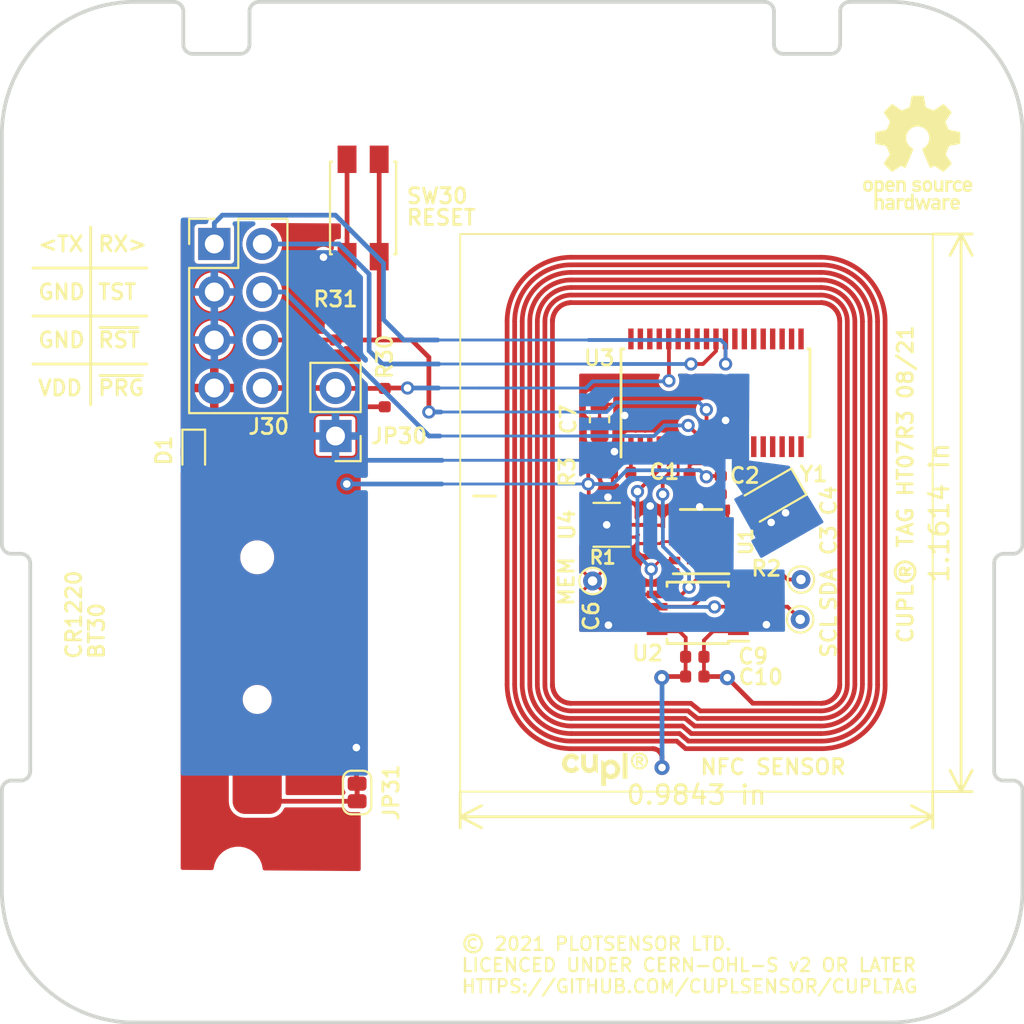
<source format=kicad_pcb>
(kicad_pcb (version 20171130) (host pcbnew "(5.1.5)-3")
  (layers (0 F.Cu signal) (31 B.Cu signal) (34 B.Paste user hide) (35 F.Paste user hide) (36 B.SilkS user) (37 F.SilkS user) (38 B.Mask user hide) (39 F.Mask user hide) (44 Edge.Cuts user))
  (net 0 "")
  (net 1 "Net-(AE1-Pad2)")
  (net 2 "Net-(AE1-Pad1)")
  (net 3 GND)
  (net 4 /SDA)
  (net 5 /SCL)
  (net 6 /RX_BY_MCU)
  (net 7 /TX_BY_MCU)
  (net 8 VDD)
  (net 9 VMEM)
  (net 10 "Net-(U2-Pad7)")
  (net 11 "Net-(U3-Pad2)")
  (net 12 "Net-(C3-Pad1)")
  (net 13 "Net-(C4-Pad1)")
  (net 14 "Net-(U3-Pad15)")
  (net 15 "Net-(U3-Pad16)")
  (net 16 "Net-(U3-Pad17)")
  (net 17 "Net-(U3-Pad21)")
  (net 18 "Net-(U3-Pad22)")
  (net 19 "Net-(U3-Pad23)")
  (net 20 "Net-(U3-Pad24)")
  (net 21 "Net-(U3-Pad26)")
  (net 22 "Net-(U3-Pad30)")
  (net 23 "Net-(U3-Pad31)")
  (net 24 "Net-(U3-Pad32)")
  (net 25 "Net-(U4-Pad6)")
  (net 26 "Net-(U3-Pad27)")
  (net 27 "Net-(U2-Pad4)")
  (net 28 "Net-(U3-Pad18)")
  (net 29 /~RST~)
  (net 30 /~PRG~)
  (net 31 /TST)
  (net 32 /DRDY)
  (net 33 /VMEM_ON)
  (net 34 "Net-(BT30-Pad2)")
  (net 35 "Net-(U3-Pad38)")
  (net 36 "Net-(U3-Pad37)")
  (net 37 "Net-(U3-Pad36)")
  (net 38 "Net-(U3-Pad35)")
  (net 39 "Net-(U3-Pad33)")
  (net 40 "Net-(U3-Pad25)")
  (net 41 "Net-(U3-Pad20)")
  (net 42 "Net-(U3-Pad14)")
  (net 43 "Net-(U3-Pad7)")
  (net 44 "Net-(U3-Pad3)")
  (net 45 "Net-(U3-Pad19)")
  (net 46 "Net-(BT30-Pad1)")
  (module CUPL_FP:HDC2021 (layer F.Cu) (at 120.2436 88.773 180)
    (fp_text reference U1 (at -2.3749 0 270) (layer F.SilkS) (effects (font (size 0.7 0.7))))
    (fp_text value HDC2021 hide)
    (pad 6 smd rect (at 1.4 -1 180) (size 0.6 0.4) (layers F.Cu F.Paste F.Mask) (net 5 /SCL))
    (pad 5 smd rect (at 1.4 0 180) (size 0.6 0.4) (layers F.Cu F.Paste F.Mask) (net 9 VMEM))
    (pad 4 smd rect (at 1.4 1 180) (size 0.6 0.4) (layers F.Cu F.Paste F.Mask) (net 32 /DRDY))
    (pad 3 smd rect (at -1.4 1 180) (size 0.6 0.4) (layers F.Cu F.Paste F.Mask) (net 3 GND))
    (pad 2 smd rect (at -1.4 0 180) (size 0.6 0.4) (layers F.Cu F.Paste F.Mask) (net 3 GND))
    (pad 1 smd rect (at -1.4 -1 180) (size 0.6 0.4) (layers F.Cu F.Paste F.Mask) (net 4 /SDA))
    (pad 7 smd rect (at 0 0 180) (size 1.5 2.4) (layers F.Cu F.Paste F.Mask) (net 3 GND))
  )
  (module CUPL_FP:MountingHole_2.2mm_M2 (layer F.Cu) (at 124.750188 106.216393 180)
    (fp_text reference P4 hide)
    (fp_text value Conn_01x01_MountingPin hide)
    (pad 1 np_thru_hole circle (at 0 0 180) (size 2.2 2.2) (drill 2.2) (layers *.Cu *.Mask))
  )
  (module CUPL_FP:MountingHole_2.2mm_M2 (layer F.Cu) (at 95.750188 106.216393 180)
    (fp_text reference P3 hide)
    (fp_text value Conn_01x01_MountingPin hide)
    (pad 1 np_thru_hole circle (at 0 0 180) (size 2.2 2.2) (drill 2.2) (layers *.Cu *.Mask))
  )
  (module CUPL_FP:MountingHole_2.2mm_M2 (layer F.Cu) (at 95.750188 68.216393 180)
    (fp_text reference P2 hide)
    (fp_text value Conn_01x01_MountingPin hide)
    (pad 1 np_thru_hole circle (at 0 0 180) (size 2.2 2.2) (drill 2.2) (layers *.Cu *.Mask))
  )
  (module CUPL_FP:MountingHole_2.2mm_M2 (layer F.Cu) (at 124.750188 68.216393 180)
    (fp_text reference P1 hide)
    (fp_text value Conn_01x01_MountingPin hide)
    (pad 1 np_thru_hole circle (at 0 0 180) (size 2.2 2.2) (drill 2.2) (layers *.Cu *.Mask))
  )
  (module CUPL_FP:SolderJumper-2_Bridged_small (layer F.Cu) (at 102.0445 102.0445 90)
    (fp_text reference JP31 (at 0 1.8 90) (layer F.SilkS) (effects (font (size 0.8 0.8))))
    (fp_text value SolderJumper_2_Bridged_small hide)
    (fp_poly (pts (xy 0.21 -0.13) (xy -0.21 -0.13) (xy -0.21 0.13) (xy 0.21 0.13)) (layer F.Cu) (width 0))
    (pad 2 smd roundrect (at 0.465 0 90) (size 0.75 1) (layers F.Cu F.Paste F.Mask) (net 3 GND))
    (pad 1 smd roundrect (at -0.465 0 90) (size 0.75 1) (layers F.Cu F.Paste F.Mask) (net 34 "Net-(BT30-Pad2)"))
  )
  (module CUPL_FP:PinHeader_1x02_P2.54mm_Vertical (layer F.Cu) (at 100.9015 83.185 180)
    (fp_text reference JP30 (at -3.3655 0) (layer F.SilkS) (effects (font (size 0.8 0.8))))
    (fp_text value Jumper_2_Open hide)
    (pad 2 thru_hole oval (at 0 2.54 180) (size 1.7 1.7) (drill 1) (layers *.Cu *.Mask) (net 30 /~PRG~))
    (pad 1 thru_hole rect (at 0 0 180) (size 1.7 1.7) (drill 1) (layers *.Cu *.Mask) (net 3 GND))
  )
  (module CUPL_FP:PinHeader_2x04_P2.54mm_Vertical (layer F.Cu) (at 94.488 73.025)
    (fp_text reference J30 (at 2.8829 9.6647 180) (layer F.SilkS) (effects (font (size 0.8 0.8))))
    (fp_text value Conn_02x04_Odd_Even hide)
    (pad 8 thru_hole oval (at 2.54 7.62) (size 1.7 1.7) (drill 1) (layers *.Cu *.Mask) (net 30 /~PRG~))
    (pad 7 thru_hole oval (at 0 7.62) (size 1.7 1.7) (drill 1) (layers *.Cu *.Mask) (net 8 VDD))
    (pad 6 thru_hole oval (at 2.54 5.08) (size 1.7 1.7) (drill 1) (layers *.Cu *.Mask) (net 29 /~RST~))
    (pad 5 thru_hole oval (at 0 5.08) (size 1.7 1.7) (drill 1) (layers *.Cu *.Mask) (net 3 GND))
    (pad 4 thru_hole oval (at 2.54 2.54) (size 1.7 1.7) (drill 1) (layers *.Cu *.Mask) (net 31 /TST))
    (pad 3 thru_hole oval (at 0 2.54) (size 1.7 1.7) (drill 1) (layers *.Cu *.Mask) (net 3 GND))
    (pad 2 thru_hole oval (at 2.54 0) (size 1.7 1.7) (drill 1) (layers *.Cu *.Mask) (net 6 /RX_BY_MCU))
    (pad 1 thru_hole rect (at 0 0) (size 1.7 1.7) (drill 1) (layers *.Cu *.Mask) (net 7 /TX_BY_MCU))
  )
  (module CUPL_FP:SW_SPST_EVQP2 (layer F.Cu) (at 102.362 71.12 90)
    (fp_text reference SW30 (at 0.635 2.2225) (layer F.SilkS) (effects (font (size 0.8 0.8)) (justify left)))
    (fp_text value SW_Push hide)
    (pad 1 smd rect (at 2.575 -0.85 90) (size 1.45 1) (layers F.Cu F.Paste F.Mask) (net 3 GND))
    (pad 1 smd rect (at -2.575 -0.85 90) (size 1.45 1) (layers F.Cu F.Paste F.Mask) (net 3 GND))
    (pad 2 smd rect (at -2.575 0.85 90) (size 1.45 1) (layers F.Cu F.Paste F.Mask) (net 29 /~RST~))
    (pad 2 smd rect (at 2.575 0.85 90) (size 1.45 1) (layers F.Cu F.Paste F.Mask) (net 29 /~RST~))
  )
  (module CUPL_FP:D_SOD-523 (layer F.Cu) (at 93.4 84 270)
    (fp_text reference D1 (at -0.053 1.579 90) (layer F.SilkS) (effects (font (size 0.8 0.8))))
    (fp_text value D_Schottky hide)
    (pad 1 smd rect (at -0.7 0 90) (size 0.6 0.7) (layers F.Cu F.Paste F.Mask) (net 8 VDD))
    (pad 2 smd rect (at 0.7 0 90) (size 0.6 0.7) (layers F.Cu F.Paste F.Mask) (net 46 "Net-(BT30-Pad1)"))
  )
  (module CUPL_FP:MPD_BC501SM_CR1220 (layer F.Cu) (at 96.758 93.472 90)
    (fp_text reference BT30 (at -1.5875 -8.493 90) (layer F.SilkS) (effects (font (size 0.8 0.8)) (justify left)))
    (fp_text value CR1220 hide)
    (pad 1 smd roundrect (at 7.81 0 90) (size 3.8 2.6) (layers F.Cu F.Paste F.Mask) (net 46 "Net-(BT30-Pad1)"))
    (pad 2 smd roundrect (at -7.81 0 90) (size 3.8 2.6) (layers F.Cu F.Paste F.Mask) (net 34 "Net-(BT30-Pad2)"))
    (pad "" np_thru_hole circle (at -3.65 0 90) (size 1.14 1.14) (drill 1.14) (layers *.Cu *.Mask))
    (pad "" np_thru_hole circle (at 3.87 0 90) (size 1.4 1.4) (drill 1.4) (layers *.Cu *.Mask))
  )
  (module CUPL_FP:OSHW-Logo_5.7x6mm_SilkScreen (layer F.Cu) (at 131.699 68.199)
    (fp_text reference LOGO1 hide)
    (fp_text value Logo_Open_Hardware_Small hide)
  )
  (module CUPL_FP:logo (layer F.Cu) (at 114.6175 100.822)
    (fp_text reference LOGO2 hide)
    (fp_text value CUPL hide)
  )
  (module CUPL_FP:C_0603_1608Metric (layer F.Cu) (at 114.8715 82.3 90)
    (fp_text reference C7 (at 0 -1.651 90) (layer F.SilkS) (effects (font (size 0.8 0.8))))
    (fp_text value 10U hide)
    (pad 1 smd roundrect (at -0.7875 0 90) (size 0.875 0.95) (layers F.Cu F.Paste F.Mask) (net 8 VDD))
    (pad 2 smd roundrect (at 0.7875 0 90) (size 0.875 0.95) (layers F.Cu F.Paste F.Mask) (net 3 GND))
  )
  (module CUPL_FP:SOT-363_SC-70-6 (layer F.Cu) (at 115.25 87.884 180)
    (fp_text reference U4 (at 2.093 0 270) (layer F.SilkS) (effects (font (size 0.8 0.8))))
    (fp_text value SIP32431DR3-T1GE3 hide)
    (pad 6 smd rect (at 0.95 -0.65 180) (size 0.65 0.4) (layers F.Cu F.Paste F.Mask) (net 25 "Net-(U4-Pad6)"))
    (pad 4 smd rect (at 0.95 0.65 180) (size 0.65 0.4) (layers F.Cu F.Paste F.Mask) (net 8 VDD))
    (pad 2 smd rect (at -0.95 0 180) (size 0.65 0.4) (layers F.Cu F.Paste F.Mask) (net 3 GND))
    (pad 5 smd rect (at 0.95 0 180) (size 0.65 0.4) (layers F.Cu F.Paste F.Mask) (net 3 GND))
    (pad 3 smd rect (at -0.95 0.65 180) (size 0.65 0.4) (layers F.Cu F.Paste F.Mask) (net 33 /VMEM_ON))
    (pad 1 smd rect (at -0.95 -0.65 180) (size 0.65 0.4) (layers F.Cu F.Paste F.Mask) (net 9 VMEM))
  )
  (module CUPL_FP:TestPoint_THTPad_D1.0mm_Drill0.5mm (layer F.Cu) (at 114.5032 90.8558)
    (fp_text reference TP1 hide)
    (fp_text value MEM (at -1.3843 0.0254 270) (layer F.SilkS) (effects (font (size 0.8 0.8))))
    (pad 1 thru_hole circle (at 0 0) (size 1 1) (drill 0.5) (layers *.Cu *.Mask) (net 9 VMEM))
  )
  (module CUPL_FP:TestPoint_THTPad_D1.0mm_Drill0.5mm (layer F.Cu) (at 125.4887 92.8878)
    (fp_text reference TP2 hide)
    (fp_text value SCL (at 1.5113 0.9122 90) (layer F.SilkS) (effects (font (size 0.8 0.8))))
    (pad 1 thru_hole circle (at 0 0) (size 1 1) (drill 0.5) (layers *.Cu *.Mask) (net 5 /SCL))
  )
  (module CUPL_FP:TestPoint_THTPad_D1.0mm_Drill0.5mm (layer F.Cu) (at 125.5268 90.7796)
    (fp_text reference TP3 hide)
    (fp_text value SDA (at 1.4732 0.5204 90) (layer F.SilkS) (effects (font (size 0.8 0.8))))
    (pad 1 thru_hole circle (at 0 0) (size 1 1) (drill 0.5) (layers *.Cu *.Mask) (net 4 /SDA))
  )
  (module CUPL_FP:TSSOP-8_3x3mm_P0.65mm (layer F.Cu) (at 120.0658 92.542 180)
    (fp_text reference U2 (at 2.6543 -2.1365) (layer F.SilkS) (effects (font (size 0.8 0.8))))
    (fp_text value NT3H2111W0FTTJ hide)
    (pad 8 smd rect (at 2.15 -0.975 180) (size 1.1 0.4) (layers F.Cu F.Paste F.Mask) (net 1 "Net-(AE1-Pad2)"))
    (pad 7 smd rect (at 2.15 -0.325 180) (size 1.1 0.4) (layers F.Cu F.Paste F.Mask) (net 10 "Net-(U2-Pad7)"))
    (pad 6 smd rect (at 2.15 0.325 180) (size 1.1 0.4) (layers F.Cu F.Paste F.Mask) (net 9 VMEM))
    (pad 5 smd rect (at 2.15 0.975 180) (size 1.1 0.4) (layers F.Cu F.Paste F.Mask) (net 4 /SDA))
    (pad 4 smd rect (at -2.15 0.975 180) (size 1.1 0.4) (layers F.Cu F.Paste F.Mask) (net 27 "Net-(U2-Pad4)"))
    (pad 3 smd rect (at -2.15 0.325 180) (size 1.1 0.4) (layers F.Cu F.Paste F.Mask) (net 5 /SCL))
    (pad 2 smd rect (at -2.15 -0.325 180) (size 1.1 0.4) (layers F.Cu F.Paste F.Mask) (net 3 GND))
    (pad 1 smd rect (at -2.15 -0.975 180) (size 1.1 0.4) (layers F.Cu F.Paste F.Mask) (net 2 "Net-(AE1-Pad1)"))
  )
  (module CUPL_FP:R_0402_1005Metric (layer F.Cu) (at 116.205 90.678 90)
    (fp_text reference R1 (at 1.0668 -1.1684 180) (layer F.SilkS) (effects (font (size 0.7 0.7))))
    (fp_text value 10K hide)
    (pad 2 smd roundrect (at 0.485 0 90) (size 0.59 0.64) (layers F.Cu F.Paste F.Mask) (net 9 VMEM))
    (pad 1 smd roundrect (at -0.485 0 90) (size 0.59 0.64) (layers F.Cu F.Paste F.Mask) (net 4 /SDA))
  )
  (module CUPL_FP:R_0402_1005Metric (layer F.Cu) (at 123.8377 91.7321 90)
    (fp_text reference R2 (at 1.5367 -0.14224) (layer F.SilkS) (effects (font (size 0.8 0.8))))
    (fp_text value 10K hide)
    (pad 2 smd roundrect (at 0.485 0 90) (size 0.59 0.64) (layers F.Cu F.Paste F.Mask) (net 9 VMEM))
    (pad 1 smd roundrect (at -0.485 0 90) (size 0.59 0.64) (layers F.Cu F.Paste F.Mask) (net 5 /SCL))
  )
  (module CUPL_FP:R_0402_1005Metric (layer F.Cu) (at 116.0399 85.1281 180)
    (fp_text reference R3 (at 2.8829 0.0381 90) (layer F.SilkS) (effects (font (size 0.8 0.8))))
    (fp_text value 47K hide)
    (pad 2 smd roundrect (at 0.485 0 180) (size 0.59 0.64) (layers F.Cu F.Paste F.Mask) (net 3 GND))
    (pad 1 smd roundrect (at -0.485 0 180) (size 0.59 0.64) (layers F.Cu F.Paste F.Mask) (net 33 /VMEM_ON))
  )
  (module CUPL_FP:R_0402_1005Metric (layer F.Cu) (at 103.505 81.153 90)
    (fp_text reference R30 (at 2.159 0 90) (layer F.SilkS) (effects (font (size 0.8 0.8))))
    (fp_text value 47K hide)
    (pad 2 smd roundrect (at 0.485 0 90) (size 0.59 0.64) (layers F.Cu F.Paste F.Mask) (net 30 /~PRG~))
    (pad 1 smd roundrect (at -0.485 0 90) (size 0.59 0.64) (layers F.Cu F.Paste F.Mask) (net 8 VDD))
  )
  (module CUPL_FP:R_0402_1005Metric (layer F.Cu) (at 100.9015 77.6224 270)
    (fp_text reference R31 (at -1.6764 0 180) (layer F.SilkS) (effects (font (size 0.8 0.8))))
    (fp_text value 47K hide)
    (pad 2 smd roundrect (at 0.485 0 270) (size 0.59 0.64) (layers F.Cu F.Paste F.Mask) (net 29 /~RST~))
    (pad 1 smd roundrect (at -0.485 0 270) (size 0.59 0.64) (layers F.Cu F.Paste F.Mask) (net 8 VDD))
  )
  (module CUPL_FP:Class_6_NXP_7loop_150u (layer F.Cu) (at 120.253 86.738 90)
    (fp_text reference AE1 hide)
    (fp_text value Antenna_Loop hide)
    (fp_arc (start -9.58997 -6.87288) (end -9.58997 -9.87293) (angle -90) (layer F.Cu) (width 0.24994))
    (fp_arc (start 9.60989 6.32699) (end 12.60994 6.32699) (angle 90) (layer F.Cu) (width 0.24994))
    (fp_arc (start 9.60989 -6.87288) (end 9.60989 -9.87293) (angle 90) (layer F.Cu) (width 0.24994))
    (fp_line (start -12.59 -0.675) (end -12.19 -1.15) (layer F.Cu) (width 0.24994))
    (fp_line (start -12.19 -1.15) (end -12.19 -6.87288) (layer F.Cu) (width 0.24994))
    (fp_line (start -12.59 -0.675) (end -12.59 6.35) (layer F.Cu) (width 0.24994))
    (fp_line (start -9.6 9.32704) (end 9.60989 9.32704) (layer F.Cu) (width 0.24994))
    (fp_line (start 9.60989 -9.87293) (end -9.58997 -9.87293) (layer F.Cu) (width 0.24994))
    (fp_line (start 12.60994 6.32699) (end 12.60994 -6.87288) (layer F.Cu) (width 0.24994))
    (fp_line (start -9.225 -2.075) (end -14 -2.0765) (layer B.Cu) (width 0.25))
    (fp_line (start -12.99154 -2.52938) (end -12.99027 -2.55123) (layer F.Cu) (width 0.24994))
    (fp_line (start -12.99408 -2.50779) (end -12.99154 -2.52938) (layer F.Cu) (width 0.24994))
    (fp_line (start -12.99738 -2.4862) (end -12.99408 -2.50779) (layer F.Cu) (width 0.24994))
    (fp_line (start -13.00678 -2.44353) (end -13.0017 -2.46487) (layer F.Cu) (width 0.24994))
    (fp_line (start -13.01287 -2.4227) (end -13.00678 -2.44353) (layer F.Cu) (width 0.24994))
    (fp_line (start -13.01998 -2.40213) (end -13.01287 -2.4227) (layer F.Cu) (width 0.24994))
    (fp_line (start -13.02786 -2.38155) (end -13.01998 -2.40213) (layer F.Cu) (width 0.24994))
    (fp_line (start -13.03649 -2.36174) (end -13.02786 -2.38155) (layer F.Cu) (width 0.24994))
    (fp_line (start -13.04615 -2.34218) (end -13.03649 -2.36174) (layer F.Cu) (width 0.24994))
    (fp_line (start -13.05681 -2.32313) (end -13.04615 -2.34218) (layer F.Cu) (width 0.24994))
    (fp_line (start -13.06799 -2.30434) (end -13.05681 -2.32313) (layer F.Cu) (width 0.24994))
    (fp_line (start -13.08018 -2.2863) (end -13.06799 -2.30434) (layer F.Cu) (width 0.24994))
    (fp_line (start -13.0017 -2.46487) (end -12.99738 -2.4862) (layer F.Cu) (width 0.24994))
    (fp_line (start -13.09314 -2.26852) (end -13.08018 -2.2863) (layer F.Cu) (width 0.24994))
    (fp_line (start -13.10685 -2.25151) (end -13.09314 -2.26852) (layer F.Cu) (width 0.24994))
    (fp_line (start -13.12108 -2.23525) (end -13.10685 -2.25151) (layer F.Cu) (width 0.24994))
    (fp_line (start -13.13632 -2.2195) (end -13.12108 -2.23525) (layer F.Cu) (width 0.24994))
    (fp_line (start -13.15206 -2.20426) (end -13.13632 -2.2195) (layer F.Cu) (width 0.24994))
    (fp_line (start -13.16832 -2.19004) (end -13.15206 -2.20426) (layer F.Cu) (width 0.24994))
    (fp_line (start -13.18534 -2.17632) (end -13.16832 -2.19004) (layer F.Cu) (width 0.24994))
    (fp_line (start -13.40302 -2.08056) (end -13.38168 -2.08488) (layer F.Cu) (width 0.24994))
    (fp_line (start -13.41804 -2.07345) (end -13.3962 -2.07472) (layer F.Cu) (width 0.24994))
    (fp_line (start -13.42461 -2.07726) (end -13.40302 -2.08056) (layer F.Cu) (width 0.24994))
    (fp_line (start -13.4462 -2.07472) (end -13.42461 -2.07726) (layer F.Cu) (width 0.24994))
    (fp_line (start -13.987 -2.0765) (end -13.43988 -2.07294) (layer F.Cu) (width 0.24994))
    (fp_line (start -13.43988 -2.07294) (end -13.41804 -2.07345) (layer F.Cu) (width 0.24994))
    (fp_line (start -13.20312 -2.16337) (end -13.18534 -2.17632) (layer F.Cu) (width 0.24994))
    (fp_line (start -13.38168 -2.08488) (end -13.36034 -2.08996) (layer F.Cu) (width 0.24994))
    (fp_line (start -13.36034 -2.08996) (end -13.33952 -2.09606) (layer F.Cu) (width 0.24994))
    (fp_line (start -13.259 -2.12933) (end -13.23969 -2.14) (layer F.Cu) (width 0.24994))
    (fp_line (start -13.33952 -2.09606) (end -13.31894 -2.10317) (layer F.Cu) (width 0.24994))
    (fp_line (start -13.31894 -2.10317) (end -13.29837 -2.11104) (layer F.Cu) (width 0.24994))
    (fp_line (start -13.29837 -2.11104) (end -13.27856 -2.11968) (layer F.Cu) (width 0.24994))
    (fp_line (start -13.27856 -2.11968) (end -13.259 -2.12933) (layer F.Cu) (width 0.24994))
    (fp_line (start -13.23969 -2.14) (end -13.22115 -2.15118) (layer F.Cu) (width 0.24994))
    (fp_line (start -13.22115 -2.15118) (end -13.20312 -2.16337) (layer F.Cu) (width 0.24994))
    (fp_line (start -12.99027 -2.55123) (end -12.98976 -2.57307) (layer F.Cu) (width 0.24994))
    (fp_line (start -9.62146 7.32648) (end -9.58997 7.32699) (layer F.Cu) (width 0.24994))
    (fp_line (start -9.6527 7.32496) (end -9.62146 7.32648) (layer F.Cu) (width 0.24994))
    (fp_line (start -9.6842 7.32267) (end -9.6527 7.32496) (layer F.Cu) (width 0.24994))
    (fp_line (start -9.71519 7.31911) (end -9.6842 7.32267) (layer F.Cu) (width 0.24994))
    (fp_line (start -9.74643 7.3148) (end -9.71519 7.31911) (layer F.Cu) (width 0.24994))
    (fp_line (start -9.77742 7.30921) (end -9.74643 7.3148) (layer F.Cu) (width 0.24994))
    (fp_line (start -9.80815 7.30286) (end -9.77742 7.30921) (layer F.Cu) (width 0.24994))
    (fp_line (start -9.83863 7.29549) (end -9.80815 7.30286) (layer F.Cu) (width 0.24994))
    (fp_line (start -9.86886 7.28736) (end -9.83863 7.29549) (layer F.Cu) (width 0.24994))
    (fp_line (start -9.89908 7.27797) (end -9.86886 7.28736) (layer F.Cu) (width 0.24994))
    (fp_line (start -9.9288 7.26781) (end -9.89908 7.27797) (layer F.Cu) (width 0.24994))
    (fp_line (start -9.95801 7.25688) (end -9.9288 7.26781) (layer F.Cu) (width 0.24994))
    (fp_line (start -9.98722 7.24469) (end -9.95801 7.25688) (layer F.Cu) (width 0.24994))
    (fp_line (start -10.01567 7.23174) (end -9.98722 7.24469) (layer F.Cu) (width 0.24994))
    (fp_line (start -10.04386 7.21802) (end -10.01567 7.23174) (layer F.Cu) (width 0.24994))
    (fp_line (start -10.0718 7.20329) (end -10.04386 7.21802) (layer F.Cu) (width 0.24994))
    (fp_line (start -10.09898 7.1878) (end -10.0718 7.20329) (layer F.Cu) (width 0.24994))
    (fp_line (start -10.12591 7.17129) (end -10.09898 7.1878) (layer F.Cu) (width 0.24994))
    (fp_line (start -10.15207 7.15401) (end -10.12591 7.17129) (layer F.Cu) (width 0.24994))
    (fp_line (start -10.17772 7.13598) (end -10.15207 7.15401) (layer F.Cu) (width 0.24994))
    (fp_line (start -10.20287 7.11718) (end -10.17772 7.13598) (layer F.Cu) (width 0.24994))
    (fp_line (start -10.22751 7.09763) (end -10.20287 7.11718) (layer F.Cu) (width 0.24994))
    (fp_line (start -10.25138 7.07705) (end -10.22751 7.09763) (layer F.Cu) (width 0.24994))
    (fp_line (start -10.2745 7.05597) (end -10.25138 7.07705) (layer F.Cu) (width 0.24994))
    (fp_line (start -10.2971 7.03413) (end -10.2745 7.05597) (layer F.Cu) (width 0.24994))
    (fp_line (start -10.31895 7.01152) (end -10.2971 7.03413) (layer F.Cu) (width 0.24994))
    (fp_line (start -10.34003 6.98841) (end -10.31895 7.01152) (layer F.Cu) (width 0.24994))
    (fp_line (start -10.3606 6.96453) (end -10.34003 6.98841) (layer F.Cu) (width 0.24994))
    (fp_line (start -10.38016 6.93989) (end -10.3606 6.96453) (layer F.Cu) (width 0.24994))
    (fp_line (start -10.39896 6.91475) (end -10.38016 6.93989) (layer F.Cu) (width 0.24994))
    (fp_line (start -10.41699 6.88909) (end -10.39896 6.91475) (layer F.Cu) (width 0.24994))
    (fp_line (start -10.43426 6.86293) (end -10.41699 6.88909) (layer F.Cu) (width 0.24994))
    (fp_line (start -10.45077 6.83601) (end -10.43426 6.86293) (layer F.Cu) (width 0.24994))
    (fp_line (start -10.46627 6.80883) (end -10.45077 6.83601) (layer F.Cu) (width 0.24994))
    (fp_line (start -10.481 6.78089) (end -10.46627 6.80883) (layer F.Cu) (width 0.24994))
    (fp_line (start -10.49471 6.75269) (end -10.481 6.78089) (layer F.Cu) (width 0.24994))
    (fp_line (start -10.50767 6.72425) (end -10.49471 6.75269) (layer F.Cu) (width 0.24994))
    (fp_line (start -10.51986 6.69504) (end -10.50767 6.72425) (layer F.Cu) (width 0.24994))
    (fp_line (start -10.53078 6.66583) (end -10.51986 6.69504) (layer F.Cu) (width 0.24994))
    (fp_line (start -10.54094 6.63611) (end -10.53078 6.66583) (layer F.Cu) (width 0.24994))
    (fp_line (start -10.55034 6.60588) (end -10.54094 6.63611) (layer F.Cu) (width 0.24994))
    (fp_line (start -10.55847 6.57566) (end -10.55034 6.60588) (layer F.Cu) (width 0.24994))
    (fp_line (start -10.56583 6.54518) (end -10.55847 6.57566) (layer F.Cu) (width 0.24994))
    (fp_line (start -10.57218 6.51444) (end -10.56583 6.54518) (layer F.Cu) (width 0.24994))
    (fp_line (start -10.57777 6.48345) (end -10.57218 6.51444) (layer F.Cu) (width 0.24994))
    (fp_line (start -10.58209 6.45221) (end -10.57777 6.48345) (layer F.Cu) (width 0.24994))
    (fp_line (start -10.58565 6.42122) (end -10.58209 6.45221) (layer F.Cu) (width 0.24994))
    (fp_line (start -10.58793 6.38973) (end -10.58565 6.42122) (layer F.Cu) (width 0.24994))
    (fp_line (start -10.58946 6.35849) (end -10.58793 6.38973) (layer F.Cu) (width 0.24994))
    (fp_line (start -10.58996 6.32699) (end -10.58946 6.35849) (layer F.Cu) (width 0.24994))
    (fp_line (start 10.60938 6.35849) (end 10.60989 6.32699) (layer F.Cu) (width 0.24994))
    (fp_line (start 10.60786 6.38973) (end 10.60938 6.35849) (layer F.Cu) (width 0.24994))
    (fp_line (start 10.60557 6.42122) (end 10.60786 6.38973) (layer F.Cu) (width 0.24994))
    (fp_line (start 10.60202 6.45221) (end 10.60557 6.42122) (layer F.Cu) (width 0.24994))
    (fp_line (start 10.5977 6.48345) (end 10.60202 6.45221) (layer F.Cu) (width 0.24994))
    (fp_line (start 10.59211 6.51444) (end 10.5977 6.48345) (layer F.Cu) (width 0.24994))
    (fp_line (start 10.58576 6.54518) (end 10.59211 6.51444) (layer F.Cu) (width 0.24994))
    (fp_line (start 10.5784 6.57566) (end 10.58576 6.54518) (layer F.Cu) (width 0.24994))
    (fp_line (start 10.57027 6.60588) (end 10.5784 6.57566) (layer F.Cu) (width 0.24994))
    (fp_line (start 10.56087 6.63611) (end 10.57027 6.60588) (layer F.Cu) (width 0.24994))
    (fp_line (start 10.55071 6.66583) (end 10.56087 6.63611) (layer F.Cu) (width 0.24994))
    (fp_line (start 10.53979 6.69504) (end 10.55071 6.66583) (layer F.Cu) (width 0.24994))
    (fp_line (start 10.5276 6.72425) (end 10.53979 6.69504) (layer F.Cu) (width 0.24994))
    (fp_line (start 10.51464 6.75269) (end 10.5276 6.72425) (layer F.Cu) (width 0.24994))
    (fp_line (start 10.50093 6.78089) (end 10.51464 6.75269) (layer F.Cu) (width 0.24994))
    (fp_line (start 10.48619 6.80883) (end 10.50093 6.78089) (layer F.Cu) (width 0.24994))
    (fp_line (start 10.4707 6.83601) (end 10.48619 6.80883) (layer F.Cu) (width 0.24994))
    (fp_line (start 10.45419 6.86293) (end 10.4707 6.83601) (layer F.Cu) (width 0.24994))
    (fp_line (start 10.43692 6.88909) (end 10.45419 6.86293) (layer F.Cu) (width 0.24994))
    (fp_line (start 10.41888 6.91475) (end 10.43692 6.88909) (layer F.Cu) (width 0.24994))
    (fp_line (start 10.40009 6.93989) (end 10.41888 6.91475) (layer F.Cu) (width 0.24994))
    (fp_line (start 10.38053 6.96453) (end 10.40009 6.93989) (layer F.Cu) (width 0.24994))
    (fp_line (start 10.35996 6.98841) (end 10.38053 6.96453) (layer F.Cu) (width 0.24994))
    (fp_line (start 10.33887 7.01152) (end 10.35996 6.98841) (layer F.Cu) (width 0.24994))
    (fp_line (start 10.31703 7.03413) (end 10.33887 7.01152) (layer F.Cu) (width 0.24994))
    (fp_line (start 10.29442 7.05597) (end 10.31703 7.03413) (layer F.Cu) (width 0.24994))
    (fp_line (start 10.27131 7.07705) (end 10.29442 7.05597) (layer F.Cu) (width 0.24994))
    (fp_line (start 10.24743 7.09763) (end 10.27131 7.07705) (layer F.Cu) (width 0.24994))
    (fp_line (start 10.2228 7.11718) (end 10.24743 7.09763) (layer F.Cu) (width 0.24994))
    (fp_line (start 10.19765 7.13598) (end 10.2228 7.11718) (layer F.Cu) (width 0.24994))
    (fp_line (start 10.172 7.15401) (end 10.19765 7.13598) (layer F.Cu) (width 0.24994))
    (fp_line (start 10.14583 7.17129) (end 10.172 7.15401) (layer F.Cu) (width 0.24994))
    (fp_line (start 10.11891 7.1878) (end 10.14583 7.17129) (layer F.Cu) (width 0.24994))
    (fp_line (start 10.09173 7.20329) (end 10.11891 7.1878) (layer F.Cu) (width 0.24994))
    (fp_line (start 10.06379 7.21802) (end 10.09173 7.20329) (layer F.Cu) (width 0.24994))
    (fp_line (start 10.0356 7.23174) (end 10.06379 7.21802) (layer F.Cu) (width 0.24994))
    (fp_line (start 10.00715 7.24469) (end 10.0356 7.23174) (layer F.Cu) (width 0.24994))
    (fp_line (start 9.97794 7.25688) (end 10.00715 7.24469) (layer F.Cu) (width 0.24994))
    (fp_line (start 9.94873 7.26781) (end 9.97794 7.25688) (layer F.Cu) (width 0.24994))
    (fp_line (start 9.91901 7.27797) (end 9.94873 7.26781) (layer F.Cu) (width 0.24994))
    (fp_line (start 9.88879 7.28736) (end 9.91901 7.27797) (layer F.Cu) (width 0.24994))
    (fp_line (start 9.85856 7.29549) (end 9.88879 7.28736) (layer F.Cu) (width 0.24994))
    (fp_line (start 9.82808 7.30286) (end 9.85856 7.29549) (layer F.Cu) (width 0.24994))
    (fp_line (start 9.79735 7.30921) (end 9.82808 7.30286) (layer F.Cu) (width 0.24994))
    (fp_line (start 9.76636 7.3148) (end 9.79735 7.30921) (layer F.Cu) (width 0.24994))
    (fp_line (start 9.73512 7.31911) (end 9.76636 7.3148) (layer F.Cu) (width 0.24994))
    (fp_line (start 9.70413 7.32267) (end 9.73512 7.31911) (layer F.Cu) (width 0.24994))
    (fp_line (start 9.67263 7.32496) (end 9.70413 7.32267) (layer F.Cu) (width 0.24994))
    (fp_line (start 9.64139 7.32648) (end 9.67263 7.32496) (layer F.Cu) (width 0.24994))
    (fp_line (start 9.60989 7.32699) (end 9.64139 7.32648) (layer F.Cu) (width 0.24994))
    (fp_line (start 9.64139 -7.87237) (end 9.60989 -7.87288) (layer F.Cu) (width 0.24994))
    (fp_line (start 9.67263 -7.87085) (end 9.64139 -7.87237) (layer F.Cu) (width 0.24994))
    (fp_line (start 9.70413 -7.86856) (end 9.67263 -7.87085) (layer F.Cu) (width 0.24994))
    (fp_line (start 9.73512 -7.86501) (end 9.70413 -7.86856) (layer F.Cu) (width 0.24994))
    (fp_line (start 9.76636 -7.86069) (end 9.73512 -7.86501) (layer F.Cu) (width 0.24994))
    (fp_line (start 9.79735 -7.8551) (end 9.76636 -7.86069) (layer F.Cu) (width 0.24994))
    (fp_line (start 9.82808 -7.84875) (end 9.79735 -7.8551) (layer F.Cu) (width 0.24994))
    (fp_line (start 9.85856 -7.84138) (end 9.82808 -7.84875) (layer F.Cu) (width 0.24994))
    (fp_line (start 9.88879 -7.83326) (end 9.85856 -7.84138) (layer F.Cu) (width 0.24994))
    (fp_line (start 9.91901 -7.82386) (end 9.88879 -7.83326) (layer F.Cu) (width 0.24994))
    (fp_line (start 9.94873 -7.8137) (end 9.91901 -7.82386) (layer F.Cu) (width 0.24994))
    (fp_line (start 9.97794 -7.80278) (end 9.94873 -7.8137) (layer F.Cu) (width 0.24994))
    (fp_line (start 10.00715 -7.79058) (end 9.97794 -7.80278) (layer F.Cu) (width 0.24994))
    (fp_line (start 10.0356 -7.77763) (end 10.00715 -7.79058) (layer F.Cu) (width 0.24994))
    (fp_line (start 10.06379 -7.76391) (end 10.0356 -7.77763) (layer F.Cu) (width 0.24994))
    (fp_line (start 10.09173 -7.74918) (end 10.06379 -7.76391) (layer F.Cu) (width 0.24994))
    (fp_line (start 10.11891 -7.73369) (end 10.09173 -7.74918) (layer F.Cu) (width 0.24994))
    (fp_line (start 10.14583 -7.71718) (end 10.11891 -7.73369) (layer F.Cu) (width 0.24994))
    (fp_line (start 10.172 -7.69991) (end 10.14583 -7.71718) (layer F.Cu) (width 0.24994))
    (fp_line (start 10.19765 -7.68187) (end 10.172 -7.69991) (layer F.Cu) (width 0.24994))
    (fp_line (start 10.2228 -7.66308) (end 10.19765 -7.68187) (layer F.Cu) (width 0.24994))
    (fp_line (start 10.24743 -7.64352) (end 10.2228 -7.66308) (layer F.Cu) (width 0.24994))
    (fp_line (start 10.27131 -7.62294) (end 10.24743 -7.64352) (layer F.Cu) (width 0.24994))
    (fp_line (start 10.29442 -7.60186) (end 10.27131 -7.62294) (layer F.Cu) (width 0.24994))
    (fp_line (start 10.31703 -7.58002) (end 10.29442 -7.60186) (layer F.Cu) (width 0.24994))
    (fp_line (start 10.33887 -7.55741) (end 10.31703 -7.58002) (layer F.Cu) (width 0.24994))
    (fp_line (start 10.35996 -7.5343) (end 10.33887 -7.55741) (layer F.Cu) (width 0.24994))
    (fp_line (start 10.38053 -7.51042) (end 10.35996 -7.5343) (layer F.Cu) (width 0.24994))
    (fp_line (start 10.40009 -7.48578) (end 10.38053 -7.51042) (layer F.Cu) (width 0.24994))
    (fp_line (start 10.41888 -7.46064) (end 10.40009 -7.48578) (layer F.Cu) (width 0.24994))
    (fp_line (start 10.43692 -7.43498) (end 10.41888 -7.46064) (layer F.Cu) (width 0.24994))
    (fp_line (start 10.45419 -7.40882) (end 10.43692 -7.43498) (layer F.Cu) (width 0.24994))
    (fp_line (start 10.4707 -7.3819) (end 10.45419 -7.40882) (layer F.Cu) (width 0.24994))
    (fp_line (start 10.48619 -7.35472) (end 10.4707 -7.3819) (layer F.Cu) (width 0.24994))
    (fp_line (start 10.50093 -7.32678) (end 10.48619 -7.35472) (layer F.Cu) (width 0.24994))
    (fp_line (start 10.51464 -7.29859) (end 10.50093 -7.32678) (layer F.Cu) (width 0.24994))
    (fp_line (start 10.5276 -7.27014) (end 10.51464 -7.29859) (layer F.Cu) (width 0.24994))
    (fp_line (start 10.53979 -7.24093) (end 10.5276 -7.27014) (layer F.Cu) (width 0.24994))
    (fp_line (start 10.55071 -7.21172) (end 10.53979 -7.24093) (layer F.Cu) (width 0.24994))
    (fp_line (start 10.56087 -7.182) (end 10.55071 -7.21172) (layer F.Cu) (width 0.24994))
    (fp_line (start 10.57027 -7.15177) (end 10.56087 -7.182) (layer F.Cu) (width 0.24994))
    (fp_line (start 10.5784 -7.12155) (end 10.57027 -7.15177) (layer F.Cu) (width 0.24994))
    (fp_line (start 10.58576 -7.09107) (end 10.5784 -7.12155) (layer F.Cu) (width 0.24994))
    (fp_line (start 10.59211 -7.06033) (end 10.58576 -7.09107) (layer F.Cu) (width 0.24994))
    (fp_line (start 10.5977 -7.02935) (end 10.59211 -7.06033) (layer F.Cu) (width 0.24994))
    (fp_line (start 10.60202 -6.9981) (end 10.5977 -7.02935) (layer F.Cu) (width 0.24994))
    (fp_line (start 10.60557 -6.96712) (end 10.60202 -6.9981) (layer F.Cu) (width 0.24994))
    (fp_line (start 10.60786 -6.93562) (end 10.60557 -6.96712) (layer F.Cu) (width 0.24994))
    (fp_line (start 10.60938 -6.90438) (end 10.60786 -6.93562) (layer F.Cu) (width 0.24994))
    (fp_line (start 10.60989 -6.87288) (end 10.60938 -6.90438) (layer F.Cu) (width 0.24994))
    (fp_line (start -10.58946 -6.90438) (end -10.58996 -6.87288) (layer F.Cu) (width 0.24994))
    (fp_line (start -10.58793 -6.93562) (end -10.58946 -6.90438) (layer F.Cu) (width 0.24994))
    (fp_line (start -10.58565 -6.96712) (end -10.58793 -6.93562) (layer F.Cu) (width 0.24994))
    (fp_line (start -10.58209 -6.9981) (end -10.58565 -6.96712) (layer F.Cu) (width 0.24994))
    (fp_line (start -10.57777 -7.02935) (end -10.58209 -6.9981) (layer F.Cu) (width 0.24994))
    (fp_line (start -10.57218 -7.06033) (end -10.57777 -7.02935) (layer F.Cu) (width 0.24994))
    (fp_line (start -10.56583 -7.09107) (end -10.57218 -7.06033) (layer F.Cu) (width 0.24994))
    (fp_line (start -10.55847 -7.12155) (end -10.56583 -7.09107) (layer F.Cu) (width 0.24994))
    (fp_line (start -10.55034 -7.15177) (end -10.55847 -7.12155) (layer F.Cu) (width 0.24994))
    (fp_line (start -10.54094 -7.182) (end -10.55034 -7.15177) (layer F.Cu) (width 0.24994))
    (fp_line (start -10.53078 -7.21172) (end -10.54094 -7.182) (layer F.Cu) (width 0.24994))
    (fp_line (start -10.51986 -7.24093) (end -10.53078 -7.21172) (layer F.Cu) (width 0.24994))
    (fp_line (start -10.50767 -7.27014) (end -10.51986 -7.24093) (layer F.Cu) (width 0.24994))
    (fp_line (start -10.49471 -7.29859) (end -10.50767 -7.27014) (layer F.Cu) (width 0.24994))
    (fp_line (start -10.481 -7.32678) (end -10.49471 -7.29859) (layer F.Cu) (width 0.24994))
    (fp_line (start -10.46627 -7.35472) (end -10.481 -7.32678) (layer F.Cu) (width 0.24994))
    (fp_line (start -10.45077 -7.3819) (end -10.46627 -7.35472) (layer F.Cu) (width 0.24994))
    (fp_line (start -10.43426 -7.40882) (end -10.45077 -7.3819) (layer F.Cu) (width 0.24994))
    (fp_line (start -10.41699 -7.43498) (end -10.43426 -7.40882) (layer F.Cu) (width 0.24994))
    (fp_line (start -10.39896 -7.46064) (end -10.41699 -7.43498) (layer F.Cu) (width 0.24994))
    (fp_line (start -10.38016 -7.48578) (end -10.39896 -7.46064) (layer F.Cu) (width 0.24994))
    (fp_line (start -10.3606 -7.51042) (end -10.38016 -7.48578) (layer F.Cu) (width 0.24994))
    (fp_line (start -10.34003 -7.5343) (end -10.3606 -7.51042) (layer F.Cu) (width 0.24994))
    (fp_line (start -10.31895 -7.55741) (end -10.34003 -7.5343) (layer F.Cu) (width 0.24994))
    (fp_line (start -10.2971 -7.58002) (end -10.31895 -7.55741) (layer F.Cu) (width 0.24994))
    (fp_line (start -10.2745 -7.60186) (end -10.2971 -7.58002) (layer F.Cu) (width 0.24994))
    (fp_line (start -10.25138 -7.62294) (end -10.2745 -7.60186) (layer F.Cu) (width 0.24994))
    (fp_line (start -10.22751 -7.64352) (end -10.25138 -7.62294) (layer F.Cu) (width 0.24994))
    (fp_line (start -10.20287 -7.66308) (end -10.22751 -7.64352) (layer F.Cu) (width 0.24994))
    (fp_line (start -10.17772 -7.68187) (end -10.20287 -7.66308) (layer F.Cu) (width 0.24994))
    (fp_line (start -10.15207 -7.69991) (end -10.17772 -7.68187) (layer F.Cu) (width 0.24994))
    (fp_line (start -10.12591 -7.71718) (end -10.15207 -7.69991) (layer F.Cu) (width 0.24994))
    (fp_line (start -10.09898 -7.73369) (end -10.12591 -7.71718) (layer F.Cu) (width 0.24994))
    (fp_line (start -10.0718 -7.74918) (end -10.09898 -7.73369) (layer F.Cu) (width 0.24994))
    (fp_line (start -10.04386 -7.76391) (end -10.0718 -7.74918) (layer F.Cu) (width 0.24994))
    (fp_line (start -10.01567 -7.77763) (end -10.04386 -7.76391) (layer F.Cu) (width 0.24994))
    (fp_line (start -9.98722 -7.79058) (end -10.01567 -7.77763) (layer F.Cu) (width 0.24994))
    (fp_line (start -9.95801 -7.80278) (end -9.98722 -7.79058) (layer F.Cu) (width 0.24994))
    (fp_line (start -9.9288 -7.8137) (end -9.95801 -7.80278) (layer F.Cu) (width 0.24994))
    (fp_line (start -9.89908 -7.82386) (end -9.9288 -7.8137) (layer F.Cu) (width 0.24994))
    (fp_line (start -9.86886 -7.83326) (end -9.89908 -7.82386) (layer F.Cu) (width 0.24994))
    (fp_line (start -9.83863 -7.84138) (end -9.86886 -7.83326) (layer F.Cu) (width 0.24994))
    (fp_line (start -9.80815 -7.84875) (end -9.83863 -7.84138) (layer F.Cu) (width 0.24994))
    (fp_line (start -9.77742 -7.8551) (end -9.80815 -7.84875) (layer F.Cu) (width 0.24994))
    (fp_line (start -9.74643 -7.86069) (end -9.77742 -7.8551) (layer F.Cu) (width 0.24994))
    (fp_line (start -9.71519 -7.86501) (end -9.74643 -7.86069) (layer F.Cu) (width 0.24994))
    (fp_line (start -9.6842 -7.86856) (end -9.71519 -7.86501) (layer F.Cu) (width 0.24994))
    (fp_line (start -9.6527 -7.87085) (end -9.6842 -7.86856) (layer F.Cu) (width 0.24994))
    (fp_line (start -9.62146 -7.87237) (end -9.6527 -7.87085) (layer F.Cu) (width 0.24994))
    (fp_line (start -9.58997 -7.87288) (end -9.62146 -7.87237) (layer F.Cu) (width 0.24994))
    (fp_line (start -12.99001 -6.87288) (end -12.99001 -2.57307) (layer F.Cu) (width 0.24994))
    (fp_line (start 9.60989 -7.87288) (end -9.58997 -7.87288) (layer F.Cu) (width 0.24994))
    (fp_line (start -9.58997 -8.27289) (end 9.60989 -8.27289) (layer F.Cu) (width 0.24994))
    (fp_line (start 9.60989 -8.6729) (end -9.58997 -8.6729) (layer F.Cu) (width 0.24994))
    (fp_line (start -9.58997 -9.07292) (end 9.60989 -9.07292) (layer F.Cu) (width 0.24994))
    (fp_line (start 9.60989 -9.47293) (end -9.58997 -9.47293) (layer F.Cu) (width 0.24994))
    (fp_line (start 10.60989 6.32699) (end 10.60989 -6.87288) (layer F.Cu) (width 0.24994))
    (fp_line (start 11.0099 -6.87288) (end 11.0099 6.32699) (layer F.Cu) (width 0.24994))
    (fp_line (start 11.40992 6.32699) (end 11.40992 -6.87288) (layer F.Cu) (width 0.24994))
    (fp_line (start 11.80993 -6.87288) (end 11.80993 6.32699) (layer F.Cu) (width 0.24994))
    (fp_line (start 12.20994 6.32699) (end 12.20994 -6.87288) (layer F.Cu) (width 0.24994))
    (fp_line (start -9.58997 7.32699) (end 9.60989 7.32699) (layer F.Cu) (width 0.24994))
    (fp_line (start 9.60989 7.727) (end -9.58997 7.727) (layer F.Cu) (width 0.24994))
    (fp_line (start -9.58997 8.12701) (end 9.60989 8.12701) (layer F.Cu) (width 0.24994))
    (fp_line (start 9.60989 8.52702) (end -9.58997 8.52702) (layer F.Cu) (width 0.24994))
    (fp_line (start -9.60989 8.92704) (end 9.60989 8.92704) (layer F.Cu) (width 0.24994))
    (fp_line (start -12.19001 -0.525) (end -12.19001 6.32699) (layer F.Cu) (width 0.24994))
    (fp_line (start -10.5859 2.72695) (end -9.25 1.4) (layer F.Cu) (width 0.24994))
    (fp_line (start -10.58996 6.32699) (end -10.5859 2.72695) (layer F.Cu) (width 0.24994))
    (fp_line (start -10.98998 -0.05) (end -10.98998 6.32699) (layer F.Cu) (width 0.24994))
    (fp_line (start -10.58996 -0.55) (end -10.98998 -0.05) (layer F.Cu) (width 0.24994))
    (fp_line (start -10.58996 -6.87288) (end -10.58996 -0.55) (layer F.Cu) (width 0.24994))
    (fp_line (start -10.98998 -0.7) (end -10.98998 -6.87288) (layer F.Cu) (width 0.24994))
    (fp_line (start -11.38999 -0.2) (end -10.98998 -0.7) (layer F.Cu) (width 0.24994))
    (fp_line (start -11.38999 6.32699) (end -11.38999 -0.2) (layer F.Cu) (width 0.24994))
    (fp_line (start -11.79 -0.35) (end -11.79 6.32699) (layer F.Cu) (width 0.24994))
    (fp_line (start -11.38999 -0.85) (end -11.79 -0.35) (layer F.Cu) (width 0.24994))
    (fp_line (start -11.38999 -6.87288) (end -11.38999 -0.85) (layer F.Cu) (width 0.24994))
    (fp_line (start -11.79 -1) (end -11.79 -6.87288) (layer F.Cu) (width 0.24994))
    (fp_line (start -12.19001 -0.525) (end -11.79 -1) (layer F.Cu) (width 0.24994))
    (fp_arc (start 9.60989 6.32699) (end 12.20994 6.30398) (angle 90.50704466) (layer F.Cu) (width 0.24994))
    (fp_arc (start 9.60989 6.32699) (end 11.80993 6.32699) (angle 90) (layer F.Cu) (width 0.24994))
    (fp_arc (start 9.61096 6.32699) (end 11.40992 6.32699) (angle 90) (layer F.Cu) (width 0.24994))
    (fp_arc (start 9.61096 6.32699) (end 11.0099 6.32699) (angle 90) (layer F.Cu) (width 0.24994))
    (fp_arc (start 9.60989 -6.87288) (end 9.60989 -9.47293) (angle 90) (layer F.Cu) (width 0.24994))
    (fp_arc (start 9.60989 -6.87288) (end 9.60989 -9.07292) (angle 90) (layer F.Cu) (width 0.24994))
    (fp_arc (start 9.60989 -6.87288) (end 9.60989 -8.6729) (angle 90) (layer F.Cu) (width 0.24994))
    (fp_arc (start 9.60989 -6.87288) (end 9.60989 -8.27289) (angle 90) (layer F.Cu) (width 0.24994))
    (fp_arc (start -9.6 6.335) (end -12.19001 6.32699) (angle -90.27293824) (layer F.Cu) (width 0.24994))
    (fp_arc (start -9.61 6.35) (end -12.59 6.365) (angle -89.80740668) (layer F.Cu) (width 0.24994))
    (fp_arc (start -9.6 6.335) (end -11.79 6.32699) (angle -90.30526199) (layer F.Cu) (width 0.24994))
    (fp_arc (start -9.6 6.335) (end -11.38999 6.32699) (angle -90.35209633) (layer F.Cu) (width 0.24994))
    (fp_arc (start -9.6 6.335) (end -10.98998 6.32699) (angle -90.42588583) (layer F.Cu) (width 0.24994))
    (fp_arc (start -9.58997 -6.87288) (end -9.58997 -9.47293) (angle -90) (layer F.Cu) (width 0.24994))
    (fp_arc (start -9.58997 -6.87288) (end -9.58997 -9.07292) (angle -90) (layer F.Cu) (width 0.24994))
    (fp_arc (start -9.58997 -6.87288) (end -9.58997 -8.6729) (angle -90) (layer F.Cu) (width 0.24994))
    (fp_arc (start -9.58997 -6.87288) (end -9.58997 -8.27289) (angle -90) (layer F.Cu) (width 0.24994))
    (fp_line (start 9.60989 -10.27293) (end -9.58997 -10.27293) (layer F.Cu) (width 0.24994))
    (fp_arc (start -9.58997 -6.87288) (end -9.58997 -10.27293) (angle -90) (layer F.Cu) (width 0.24994))
    (fp_line (start 13.00994 6.32699) (end 13.00994 -6.87288) (layer F.Cu) (width 0.24994))
    (fp_arc (start 9.60989 -6.87288) (end 9.60989 -10.27293) (angle 90) (layer F.Cu) (width 0.24994))
    (fp_line (start -9.60989 9.72704) (end 9.6 9.72704) (layer F.Cu) (width 0.24994))
    (fp_arc (start 9.60989 6.32699) (end 13.00994 6.32699) (angle 90) (layer F.Cu) (width 0.24994))
    (fp_line (start -12.59002 -1.3) (end -12.59002 -6.87288) (layer F.Cu) (width 0.24994))
    (fp_line (start -12.99 -0.825) (end -12.99 6.35) (layer F.Cu) (width 0.24994))
    (fp_line (start -12.99 -0.825) (end -12.59002 -1.3) (layer F.Cu) (width 0.24994))
    (fp_arc (start -9.61 6.35) (end -12.99 6.365) (angle -89.84157284) (layer F.Cu) (width 0.24994))
    (pad 3 thru_hole circle (at -13.987 -2.0765 90) (size 0.8 0.8) (drill 0.4) (layers *.Cu *.Mask))
    (pad 2 thru_hole circle (at -9.2302 -2.0892 90) (size 0.8 0.8) (drill 0.4) (layers *.Cu *.Mask) (net 1 "Net-(AE1-Pad2)"))
    (pad 1 thru_hole circle (at -9.2302 1.37709 90) (size 0.8 0.8) (drill 0.4) (layers *.Cu *.Mask) (net 2 "Net-(AE1-Pad1)"))
  )
  (module CUPL_FP:C_0402_1005Metric (layer F.Cu) (at 119.634 85.65134 270)
    (fp_text reference C1 (at -0.5715 1.3335) (layer F.SilkS) (effects (font (size 0.8 0.8))))
    (fp_text value 1N hide)
    (pad 1 smd roundrect (at -0.485 0 270) (size 0.59 0.64) (layers F.Cu F.Paste F.Mask) (net 29 /~RST~))
    (pad 2 smd roundrect (at 0.485 0 270) (size 0.59 0.64) (layers F.Cu F.Paste F.Mask) (net 3 GND))
  )
  (module CUPL_FP:C_0402_1005Metric (layer F.Cu) (at 121.285 85.7885 270)
    (fp_text reference C2 (at -0.508 -1.27 180) (layer F.SilkS) (effects (font (size 0.8 0.8))))
    (fp_text value 100N hide)
    (pad 1 smd roundrect (at -0.485 0 270) (size 0.59 0.64) (layers F.Cu F.Paste F.Mask) (net 8 VDD))
    (pad 2 smd roundrect (at 0.485 0 270) (size 0.59 0.64) (layers F.Cu F.Paste F.Mask) (net 3 GND))
  )
  (module CUPL_FP:C_0402_1005Metric (layer F.Cu) (at 123.976478 88.698 30)
    (fp_text reference C3 (at 2.617447 1.513493 90) (layer F.SilkS) (effects (font (size 0.8 0.8))))
    (fp_text value 22P hide)
    (pad 1 smd roundrect (at -0.485 0 30) (size 0.59 0.64) (layers F.Cu F.Paste F.Mask) (net 12 "Net-(C3-Pad1)"))
    (pad 2 smd roundrect (at 0.485 0 30) (size 0.59 0.64) (layers F.Cu F.Paste F.Mask) (net 3 GND))
  )
  (module CUPL_FP:C_0402_1005Metric (layer F.Cu) (at 116.205 92.71 270)
    (fp_text reference C6 (at 0 1.778 270) (layer F.SilkS) (effects (font (size 0.8 0.8))))
    (fp_text value 100N hide)
    (pad 1 smd roundrect (at -0.485 0 270) (size 0.59 0.64) (layers F.Cu F.Paste F.Mask) (net 9 VMEM))
    (pad 2 smd roundrect (at 0.485 0 270) (size 0.59 0.64) (layers F.Cu F.Paste F.Mask) (net 3 GND))
  )
  (module CUPL_FP:C_0402_1005Metric (layer F.Cu) (at 117.5385 88.392 90)
    (fp_text reference C8 hide)
    (fp_text value 100N hide)
    (pad 1 smd roundrect (at -0.485 0 90) (size 0.59 0.64) (layers F.Cu F.Paste F.Mask) (net 9 VMEM))
    (pad 2 smd roundrect (at 0.485 0 90) (size 0.59 0.64) (layers F.Cu F.Paste F.Mask) (net 3 GND))
  )
  (module CUPL_FP:C_0402_1005Metric (layer F.Cu) (at 119.9101 94.869)
    (fp_text reference C9 (at 3.0861 -0.0254) (layer F.SilkS) (effects (font (size 0.8 0.8))))
    (fp_text value 0P hide)
    (pad 1 smd roundrect (at -0.485 0) (size 0.59 0.64) (layers F.Cu F.Paste F.Mask) (net 1 "Net-(AE1-Pad2)"))
    (pad 2 smd roundrect (at 0.485 0) (size 0.59 0.64) (layers F.Cu F.Paste F.Mask) (net 2 "Net-(AE1-Pad1)"))
  )
  (module CUPL_FP:C_0402_1005Metric (layer F.Cu) (at 119.9101 95.9104)
    (fp_text reference C10 (at 3.4925 0.0254) (layer F.SilkS) (effects (font (size 0.8 0.8))))
    (fp_text value 18P hide)
    (pad 1 smd roundrect (at -0.485 0) (size 0.59 0.64) (layers F.Cu F.Paste F.Mask) (net 1 "Net-(AE1-Pad2)"))
    (pad 2 smd roundrect (at 0.485 0) (size 0.59 0.64) (layers F.Cu F.Paste F.Mask) (net 2 "Net-(AE1-Pad1)"))
  )
  (module CUPL_FP:C_0402_1005Metric (layer F.Cu) (at 125.603 87.757 210)
    (fp_text reference C4 (at -1.788337 0.303491 270) (layer F.SilkS) (effects (font (size 0.8 0.8))))
    (fp_text value 22P hide)
    (pad 1 smd roundrect (at -0.485 0 210) (size 0.59 0.64) (layers F.Cu F.Paste F.Mask) (net 13 "Net-(C4-Pad1)"))
    (pad 2 smd roundrect (at 0.485 0 210) (size 0.59 0.64) (layers F.Cu F.Paste F.Mask) (net 3 GND))
  )
  (module CUPL_FP:Crystal_SMD_2012-2Pin_2.0x1.2mm_HandSoldering (layer F.Cu) (at 123.9885 86.4235 210)
    (fp_text reference Y1 (at -2.526965 -0.046168 180) (layer F.SilkS) (effects (font (size 0.8 0.8))))
    (fp_text value 32K768 hide)
    (pad 2 smd rect (at 0.925 0 210) (size 1.05 1.1) (layers F.Cu F.Paste F.Mask) (net 12 "Net-(C3-Pad1)"))
    (pad 1 smd rect (at -0.925 0 210) (size 1.05 1.1) (layers F.Cu F.Paste F.Mask) (net 13 "Net-(C4-Pad1)"))
  )
  (module CUPL_FP:TSSOP-38_4.4x9.7mm_P0.5mm (layer F.Cu) (at 121.031 80.899 90)
    (fp_text reference U3 (at 1.8415 -6.1722 180) (layer F.SilkS) (effects (font (size 0.8 0.8))))
    (fp_text value MSP430FR2155TDBT hide)
    (pad 38 smd rect (at 2.85 -4.5 90) (size 1.1 0.285) (layers F.Cu F.Paste F.Mask) (net 35 "Net-(U3-Pad38)"))
    (pad 37 smd rect (at 2.85 -4 90) (size 1.1 0.285) (layers F.Cu F.Paste F.Mask) (net 36 "Net-(U3-Pad37)"))
    (pad 36 smd rect (at 2.85 -3.5 90) (size 1.1 0.285) (layers F.Cu F.Paste F.Mask) (net 37 "Net-(U3-Pad36)"))
    (pad 35 smd rect (at 2.85 -3 90) (size 1.1 0.285) (layers F.Cu F.Paste F.Mask) (net 38 "Net-(U3-Pad35)"))
    (pad 34 smd rect (at 2.85 -2.5 90) (size 1.1 0.285) (layers F.Cu F.Paste F.Mask) (net 30 /~PRG~))
    (pad 33 smd rect (at 2.85 -2 90) (size 1.1 0.285) (layers F.Cu F.Paste F.Mask) (net 39 "Net-(U3-Pad33)"))
    (pad 32 smd rect (at 2.85 -1.5 90) (size 1.1 0.285) (layers F.Cu F.Paste F.Mask) (net 24 "Net-(U3-Pad32)"))
    (pad 31 smd rect (at 2.85 -1 90) (size 1.1 0.285) (layers F.Cu F.Paste F.Mask) (net 23 "Net-(U3-Pad31)"))
    (pad 30 smd rect (at 2.85 -0.5 90) (size 1.1 0.285) (layers F.Cu F.Paste F.Mask) (net 22 "Net-(U3-Pad30)"))
    (pad 29 smd rect (at 2.85 0 90) (size 1.1 0.285) (layers F.Cu F.Paste F.Mask) (net 6 /RX_BY_MCU))
    (pad 28 smd rect (at 2.85 0.5 90) (size 1.1 0.285) (layers F.Cu F.Paste F.Mask) (net 7 /TX_BY_MCU))
    (pad 27 smd rect (at 2.85 1 90) (size 1.1 0.285) (layers F.Cu F.Paste F.Mask) (net 26 "Net-(U3-Pad27)"))
    (pad 26 smd rect (at 2.85 1.5 90) (size 1.1 0.285) (layers F.Cu F.Paste F.Mask) (net 21 "Net-(U3-Pad26)"))
    (pad 25 smd rect (at 2.85 2 90) (size 1.1 0.285) (layers F.Cu F.Paste F.Mask) (net 40 "Net-(U3-Pad25)"))
    (pad 24 smd rect (at 2.85 2.5 90) (size 1.1 0.285) (layers F.Cu F.Paste F.Mask) (net 20 "Net-(U3-Pad24)"))
    (pad 23 smd rect (at 2.85 3 90) (size 1.1 0.285) (layers F.Cu F.Paste F.Mask) (net 19 "Net-(U3-Pad23)"))
    (pad 22 smd rect (at 2.85 3.5 90) (size 1.1 0.285) (layers F.Cu F.Paste F.Mask) (net 18 "Net-(U3-Pad22)"))
    (pad 21 smd rect (at 2.85 4 90) (size 1.1 0.285) (layers F.Cu F.Paste F.Mask) (net 17 "Net-(U3-Pad21)"))
    (pad 20 smd rect (at 2.85 4.5 90) (size 1.1 0.285) (layers F.Cu F.Paste F.Mask) (net 41 "Net-(U3-Pad20)"))
    (pad 19 smd rect (at -2.85 4.5 90) (size 1.1 0.285) (layers F.Cu F.Paste F.Mask) (net 45 "Net-(U3-Pad19)"))
    (pad 18 smd rect (at -2.85 4 90) (size 1.1 0.285) (layers F.Cu F.Paste F.Mask) (net 28 "Net-(U3-Pad18)"))
    (pad 17 smd rect (at -2.85 3.5 90) (size 1.1 0.285) (layers F.Cu F.Paste F.Mask) (net 16 "Net-(U3-Pad17)"))
    (pad 16 smd rect (at -2.85 3 90) (size 1.1 0.285) (layers F.Cu F.Paste F.Mask) (net 15 "Net-(U3-Pad16)"))
    (pad 15 smd rect (at -2.85 2.5 90) (size 1.1 0.285) (layers F.Cu F.Paste F.Mask) (net 14 "Net-(U3-Pad15)"))
    (pad 14 smd rect (at -2.85 2 90) (size 1.1 0.285) (layers F.Cu F.Paste F.Mask) (net 42 "Net-(U3-Pad14)"))
    (pad 13 smd rect (at -2.85 1.5 90) (size 1.1 0.285) (layers F.Cu F.Paste F.Mask) (net 13 "Net-(C4-Pad1)"))
    (pad 12 smd rect (at -2.85 1 90) (size 1.1 0.285) (layers F.Cu F.Paste F.Mask) (net 12 "Net-(C3-Pad1)"))
    (pad 11 smd rect (at -2.85 0.5 90) (size 1.1 0.285) (layers F.Cu F.Paste F.Mask) (net 3 GND))
    (pad 10 smd rect (at -2.85 0 90) (size 1.1 0.285) (layers F.Cu F.Paste F.Mask) (net 8 VDD))
    (pad 9 smd rect (at -2.85 -0.5 90) (size 1.1 0.285) (layers F.Cu F.Paste F.Mask) (net 29 /~RST~))
    (pad 8 smd rect (at -2.85 -1 90) (size 1.1 0.285) (layers F.Cu F.Paste F.Mask) (net 31 /TST))
    (pad 7 smd rect (at -2.85 -1.5 90) (size 1.1 0.285) (layers F.Cu F.Paste F.Mask) (net 43 "Net-(U3-Pad7)"))
    (pad 6 smd rect (at -2.85 -2 90) (size 1.1 0.285) (layers F.Cu F.Paste F.Mask) (net 32 /DRDY))
    (pad 5 smd rect (at -2.85 -2.5 90) (size 1.1 0.285) (layers F.Cu F.Paste F.Mask) (net 4 /SDA))
    (pad 4 smd rect (at -2.85 -3 90) (size 1.1 0.285) (layers F.Cu F.Paste F.Mask) (net 5 /SCL))
    (pad 3 smd rect (at -2.85 -3.5 90) (size 1.1 0.285) (layers F.Cu F.Paste F.Mask) (net 44 "Net-(U3-Pad3)"))
    (pad 2 smd rect (at -2.85 -4 90) (size 1.1 0.285) (layers F.Cu F.Paste F.Mask) (net 11 "Net-(U3-Pad2)"))
    (pad 1 smd rect (at -2.85 -4.5 90) (size 1.1 0.285) (layers F.Cu F.Paste F.Mask) (net 33 /VMEM_ON))
  )
  (gr_text ® (at 116.3955 100.3935) (layer F.SilkS) (effects (font (size 0.6 0.6) (thickness 0.11)) (justify left)))
  (gr_text "\n© 2021 PLOTSENSOR LTD.\nLICENCED UNDER CERN-OHL-S v2 OR LATER\nHTTPS://GITHUB.COM/CUPLSENSOR/CUPLTAG" (at 107.5055 110.617) (layer F.SilkS) (effects (font (size 0.7 0.7) (thickness 0.12)) (justify left)))
  (gr_line (start 84.8995 79.375) (end 90.932 79.375) (layer F.SilkS) (width 0.15))
  (gr_line (start 84.8995 76.835) (end 90.932 76.835) (layer F.SilkS) (width 0.15))
  (gr_line (start 84.8995 74.295) (end 90.932 74.295) (layer F.SilkS) (width 0.15))
  (gr_line (start 87.9475 72.136) (end 87.9475 81.534) (layer F.SilkS) (width 0.15))
  (gr_text ~PRG~ (at 88.265 80.645) (layer F.SilkS) (effects (font (size 0.8 0.8)) (justify left)))
  (gr_text ~RST~ (at 88.265 78.105) (layer F.SilkS) (effects (font (size 0.8 0.8)) (justify left)))
  (gr_text TST (at 88.265 75.565) (layer F.SilkS) (effects (font (size 0.8 0.8)) (justify left)))
  (gr_text RX> (at 88.265 73.025) (layer F.SilkS) (effects (font (size 0.8 0.8)) (justify left)))
  (gr_text <TX (at 85.09 73.025) (layer F.SilkS) (effects (font (size 0.8 0.8)) (justify left)))
  (gr_text GND (at 85.09 75.565) (layer F.SilkS) (effects (font (size 0.8 0.8)) (justify left)))
  (gr_text GND (at 85.09 78.105) (layer F.SilkS) (effects (font (size 0.8 0.8)) (justify left)))
  (gr_text VDD (at 85.09 80.645) (layer F.SilkS) (effects (font (size 0.8 0.8)) (justify left)))
  (gr_text RESET (at 104.5845 71.628) (layer F.SilkS) (effects (font (size 0.8 0.8)) (justify left)))
  (gr_text CR1220 (at 87.0585 95.0595 90) (layer F.SilkS) (effects (font (size 0.8 0.8)) (justify left)))
  (dimension 29.5 (width 0.15) (layer F.SilkS) (gr_text "29.5 mm" (at 135.3 83.25 90) (layer F.SilkS) (effects (font (size 1 1) (thickness 0.15)))) (feature1 (pts (xy 132.5 72.5) (xy 134.586421 72.5))) (feature2 (pts (xy 132.5 102) (xy 134.586421 102))) (crossbar (pts (xy 134 102) (xy 134 72.5))) (arrow1a (pts (xy 134 72.5) (xy 134.586421 73.626504))) (arrow1b (pts (xy 134 72.5) (xy 133.413579 73.626504))) (arrow2a (pts (xy 134 102) (xy 134.586421 100.873496))) (arrow2b (pts (xy 134 102) (xy 133.413579 100.873496))))
  (gr_arc (start 136.750188 101.916393) (end 137.250188 101.916393) (angle -90) (layer Edge.Cuts) (width 0.2))
  (gr_line (start 92.850188 62.466393) (end 92.850188 60.716393) (layer Edge.Cuts) (width 0.2))
  (gr_line (start 90.250188 114.216393) (end 130.250188 114.216393) (layer Edge.Cuts) (width 0.2))
  (gr_line (start 83.750188 89.416393) (end 84.250188 89.416393) (layer Edge.Cuts) (width 0.2))
  (gr_line (start 136.750188 101.416393) (end 136.250188 101.416393) (layer Edge.Cuts) (width 0.2))
  (dimension 25 (width 0.15) (layer F.SilkS) (gr_text "25.0 mm" (at 115.5 104.629) (layer F.SilkS) (effects (font (size 1 1) (thickness 0.15)))) (feature1 (pts (xy 107.5 102) (xy 107.5 103.915421))) (feature2 (pts (xy 132.5 102) (xy 132.5 103.915421))) (crossbar (pts (xy 132.5 103.329) (xy 107.5 103.329))) (arrow1a (pts (xy 107.5 103.329) (xy 108.626504 102.742579))) (arrow1b (pts (xy 107.5 103.329) (xy 108.626504 103.915421))) (arrow2a (pts (xy 132.5 103.329) (xy 131.373496 102.742579))) (arrow2b (pts (xy 132.5 103.329) (xy 131.373496 103.915421))))
  (gr_line (start 136.250188 89.416393) (end 136.750188 89.416393) (layer Edge.Cuts) (width 0.2))
  (gr_arc (start 96.850188 60.716393) (end 96.850188 60.216393) (angle -90) (layer Edge.Cuts) (width 0.2))
  (gr_arc (start 84.250188 100.916393) (end 84.250188 101.416393) (angle -90) (layer Edge.Cuts) (width 0.2))
  (gr_arc (start 128.100188 60.716393) (end 128.100188 60.216393) (angle -90) (layer Edge.Cuts) (width 0.2))
  (gr_arc (start 127.100188 62.466393) (end 127.100188 62.966393) (angle -90) (layer Edge.Cuts) (width 0.2))
  (gr_line (start 137.250188 107.216393) (end 137.250188 101.916393) (layer Edge.Cuts) (width 0.2))
  (gr_line (start 123.600188 60.216393) (end 96.850188 60.216393) (layer Edge.Cuts) (width 0.2))
  (gr_arc (start 130.250188 67.216393) (end 137.250188 67.216393) (angle -90) (layer Edge.Cuts) (width 0.2))
  (gr_line (start 137.250188 88.916393) (end 137.250188 67.216393) (layer Edge.Cuts) (width 0.2))
  (gr_arc (start 130.250188 107.216393) (end 130.250188 114.216393) (angle -90) (layer Edge.Cuts) (width 0.2))
  (gr_line (start 84.750188 89.916393) (end 84.750188 100.916393) (layer Edge.Cuts) (width 0.2))
  (gr_line (start 84.250188 101.416393) (end 83.750188 101.416393) (layer Edge.Cuts) (width 0.2))
  (gr_arc (start 124.600188 62.466393) (end 124.100188 62.466393) (angle -90) (layer Edge.Cuts) (width 0.2))
  (gr_arc (start 90.250188 67.216393) (end 90.250188 60.216393) (angle -90) (layer Edge.Cuts) (width 0.2))
  (gr_line (start 95.850188 62.966393) (end 93.350188 62.966393) (layer Edge.Cuts) (width 0.2))
  (gr_line (start 127.100188 62.966393) (end 124.600188 62.966393) (layer Edge.Cuts) (width 0.2))
  (gr_arc (start 90.250188 107.216393) (end 83.250188 107.216393) (angle -90) (layer Edge.Cuts) (width 0.2))
  (gr_line (start 83.250188 101.916393) (end 83.250188 107.216393) (layer Edge.Cuts) (width 0.2))
  (gr_line (start 83.250188 69.6214) (end 83.250188 88.916393) (layer Edge.Cuts) (width 0.2))
  (gr_arc (start 136.250188 89.916393) (end 136.250188 89.416393) (angle -90) (layer Edge.Cuts) (width 0.2))
  (gr_arc (start 123.600188 60.716393) (end 124.100188 60.716393) (angle -90) (layer Edge.Cuts) (width 0.2))
  (gr_arc (start 92.350188 60.716393) (end 92.850188 60.716393) (angle -90) (layer Edge.Cuts) (width 0.2))
  (gr_arc (start 83.750188 88.916393) (end 83.250188 88.916393) (angle -90) (layer Edge.Cuts) (width 0.2))
  (gr_line (start 83.250188 67.216393) (end 83.250188 69.6214) (layer Edge.Cuts) (width 0.2))
  (gr_arc (start 136.750188 88.916393) (end 136.750188 89.416393) (angle -90) (layer Edge.Cuts) (width 0.2))
  (gr_arc (start 84.250188 89.916393) (end 84.750188 89.916393) (angle -90) (layer Edge.Cuts) (width 0.2))
  (gr_line (start 127.600188 60.716393) (end 127.600188 62.466393) (layer Edge.Cuts) (width 0.2))
  (gr_line (start 130.250188 60.216393) (end 128.100188 60.216393) (layer Edge.Cuts) (width 0.2))
  (gr_arc (start 136.250188 100.916393) (end 135.750188 100.916393) (angle -90) (layer Edge.Cuts) (width 0.2))
  (gr_arc (start 93.350188 62.466393) (end 92.850188 62.466393) (angle -90) (layer Edge.Cuts) (width 0.2))
  (gr_line (start 124.100188 62.466393) (end 124.100188 60.716393) (layer Edge.Cuts) (width 0.2))
  (gr_arc (start 95.850188 62.466393) (end 95.850188 62.966393) (angle -90) (layer Edge.Cuts) (width 0.2))
  (gr_line (start 96.350188 60.716393) (end 96.350188 62.466393) (layer Edge.Cuts) (width 0.2))
  (gr_line (start 135.750188 100.916393) (end 135.750188 89.916393) (layer Edge.Cuts) (width 0.2))
  (gr_arc (start 83.750188 101.916393) (end 83.750188 101.416393) (angle -90) (layer Edge.Cuts) (width 0.2))
  (gr_line (start 92.350188 60.216393) (end 90.250188 60.216393) (layer Edge.Cuts) (width 0.2))
  (gr_line (start 108.212 86.36) (end 109.355 86.36) (layer F.SilkS) (width 0.15))
  (gr_text "CUPL® TAG HT07R3 08/21" (at 131.056 94.234 90) (layer F.SilkS) (effects (font (size 0.8 0.8)) (justify left)))
  (gr_text "NFC SENSOR" (at 120.126 100.695) (layer F.SilkS) (effects (font (size 0.8 0.8)) (justify left)))
  (gr_line (start 107.5 102) (end 107.5 72.5) (layer F.SilkS) (width 0.1))
  (gr_line (start 132.5 102) (end 107.5 102) (layer F.SilkS) (width 0.1))
  (gr_line (start 132.5 72.5) (end 132.5 102) (layer F.SilkS) (width 0.1))
  (gr_line (start 107.5 72.5) (end 132.5 72.5) (layer F.SilkS) (width 0.1))
  (segment (start 119.4148 94.7698) (end 119.4251 94.7801) (width 0.15) (layer F.Cu) (net 1))
  (segment (start 119.4251 95.4937) (end 119.4251 95.9104) (width 0.2) (layer F.Cu) (net 1))
  (segment (start 119.4251 94.7801) (end 119.4251 95.4937) (width 0.2) (layer F.Cu) (net 1))
  (segment (start 119.4251 95.4937) (end 119.4251 95.7069) (width 0.2) (layer F.Cu) (net 1))
  (segment (start 118.4216 95.9104) (end 118.1638 96.1682) (width 0.25) (layer F.Cu) (net 1))
  (segment (start 119.4251 95.9104) (end 118.4216 95.9104) (width 0.25) (layer F.Cu) (net 1))
  (segment (start 119.4251 94.549) (end 119.4308 94.5433) (width 0.2) (layer F.Cu) (net 1))
  (segment (start 119.4251 94.869) (end 119.4251 94.549) (width 0.2) (layer F.Cu) (net 1))
  (segment (start 119.4308 94.5433) (end 119.4308 93.853) (width 0.2) (layer F.Cu) (net 1))
  (segment (start 119.0948 93.517) (end 117.9158 93.517) (width 0.2) (layer F.Cu) (net 1))
  (segment (start 119.4308 93.853) (end 119.0948 93.517) (width 0.2) (layer F.Cu) (net 1))
  (segment (start 120.3951 94.8944) (end 120.3951 95.9104) (width 0.2) (layer F.Cu) (net 2))
  (segment (start 121.43009 96.1682) (end 121.4252 96.1682) (width 0.2) (layer F.Cu) (net 2))
  (segment (start 120.3951 95.9104) (end 121.3706 95.9104) (width 0.25) (layer F.Cu) (net 2))
  (segment (start 121.63009 96.1682) (end 121.6284 96.1682) (width 0.25) (layer F.Cu) (net 2))
  (segment (start 121.6284 96.1682) (end 121.3706 95.9104) (width 0.25) (layer F.Cu) (net 2))
  (segment (start 120.3951 94.869) (end 120.3951 93.9936) (width 0.2) (layer F.Cu) (net 2))
  (segment (start 120.8717 93.517) (end 122.2158 93.517) (width 0.2) (layer F.Cu) (net 2))
  (segment (start 120.3951 93.9936) (end 120.8717 93.517) (width 0.2) (layer F.Cu) (net 2))
  (via (at 123.952 87.757) (size 0.7) (drill 0.4) (layers F.Cu B.Cu) (net 3))
  (via (at 124.714 87.249) (size 0.7) (drill 0.4) (layers F.Cu B.Cu) (net 3))
  (segment (start 114.41 84.47) (end 106.538 84.47) (width 0.15) (layer B.Cu) (net 3))
  (segment (start 114.792 84.836) (end 114.41 84.47) (width 0.15) (layer B.Cu) (net 3))
  (via (at 102.0064 99.6696) (size 0.7) (drill 0.4) (layers F.Cu B.Cu) (net 3))
  (segment (start 106.538 84.47) (end 102.4232 84.47) (width 0.25) (layer B.Cu) (net 3))
  (via (at 100.2665 73.7235) (size 0.7) (drill 0.4) (layers F.Cu B.Cu) (net 3))
  (segment (start 101.362 73.7) (end 100.29 73.7) (width 0.25) (layer F.Cu) (net 3))
  (segment (start 100.29 73.7) (end 100.2665 73.7235) (width 0.25) (layer F.Cu) (net 3))
  (segment (start 101.4984 73.7086) (end 101.512 73.695) (width 0.25) (layer F.Cu) (net 3))
  (segment (start 124.3965 88.4555) (end 123.952 87.757) (width 0.2) (layer F.Cu) (net 3))
  (segment (start 125.182978 87.9995) (end 124.714 87.249) (width 0.2) (layer F.Cu) (net 3))
  (via (at 115.316 86.4235) (size 0.7) (drill 0.4) (layers F.Cu B.Cu) (net 3))
  (segment (start 125.182978 87.9995) (end 124.3965 88.4555) (width 0.2) (layer F.Cu) (net 3))
  (via (at 121.539 82.3595) (size 0.7) (drill 0.4) (layers F.Cu B.Cu) (net 3))
  (segment (start 121.6436 87.4171) (end 121.285 87.0585) (width 0.15) (layer F.Cu) (net 3))
  (segment (start 121.6436 87.823) (end 121.6436 87.4171) (width 0.15) (layer F.Cu) (net 3))
  (via (at 116.2 82.1) (size 0.7) (drill 0.4) (layers F.Cu B.Cu) (net 3))
  (segment (start 117.3885 87.884) (end 117.475 87.9705) (width 0.2) (layer F.Cu) (net 3))
  (segment (start 116.2 87.884) (end 117.3885 87.884) (width 0.2) (layer F.Cu) (net 3))
  (via (at 115.6589 84.0105) (size 0.7) (drill 0.4) (layers F.Cu B.Cu) (net 3))
  (via (at 115.3414 93.1926) (size 0.7) (drill 0.4) (layers F.Cu B.Cu) (net 3))
  (segment (start 116.2026 93.1926) (end 116.205 93.195) (width 0.2) (layer F.Cu) (net 3))
  (segment (start 115.3414 93.1926) (end 116.2026 93.1926) (width 0.2) (layer F.Cu) (net 3))
  (segment (start 123.347 92.867) (end 122.2158 92.867) (width 0.2) (layer F.Cu) (net 3))
  (segment (start 123.698 93.1672) (end 123.347 92.867) (width 0.2) (layer F.Cu) (net 3))
  (via (at 123.698 93.1672) (size 0.7) (drill 0.4) (layers F.Cu B.Cu) (net 3))
  (via (at 120.16994 86.93404) (size 0.7) (drill 0.4) (layers F.Cu B.Cu) (net 3))
  (via (at 115.25 87.884) (size 0.7) (drill 0.4) (layers F.Cu B.Cu) (net 3))
  (segment (start 117.348 87.907) (end 117.9425 87.907) (width 0.15) (layer F.Cu) (net 3))
  (segment (start 120.2436 88.773) (end 120.2436 88.4936) (width 0.15) (layer F.Cu) (net 3))
  (segment (start 119.634 86.0576) (end 119.634 86.8045) (width 0.2) (layer F.Cu) (net 3))
  (via (at 117.5512 86.88832) (size 0.7) (drill 0.4) (layers F.Cu B.Cu) (net 3))
  (segment (start 102.0064 101.5414) (end 102.0445 101.5795) (width 0.25) (layer F.Cu) (net 3))
  (segment (start 102.0064 99.6696) (end 102.0064 101.5414) (width 0.25) (layer F.Cu) (net 3))
  (segment (start 101.512 72.72) (end 101.512 68.545) (width 0.25) (layer F.Cu) (net 3))
  (segment (start 101.512 73.695) (end 101.512 72.72) (width 0.25) (layer F.Cu) (net 3))
  (segment (start 121.6436 88.773) (end 121.6436 87.773) (width 0.15) (layer F.Cu) (net 3))
  (segment (start 121.6436 88.773) (end 120.2436 88.773) (width 0.15) (layer F.Cu) (net 3))
  (segment (start 121.531 82.3675) (end 121.539 82.3595) (width 0.15) (layer F.Cu) (net 3))
  (segment (start 121.531 83.749) (end 121.531 82.3675) (width 0.2) (layer F.Cu) (net 3))
  (segment (start 116.2026 91.1606) (end 116.205 91.163) (width 0.2) (layer F.Cu) (net 4))
  (segment (start 116.7618 91.163) (end 116.205 91.163) (width 0.2) (layer F.Cu) (net 4))
  (segment (start 117.9158 91.567) (end 117.1658 91.567) (width 0.2) (layer F.Cu) (net 4))
  (segment (start 117.1658 91.567) (end 116.7618 91.163) (width 0.2) (layer F.Cu) (net 4))
  (via (at 119.6086 91.186) (size 0.7) (drill 0.4) (layers F.Cu B.Cu) (net 4))
  (segment (start 119.2276 91.567) (end 119.6086 91.186) (width 0.2) (layer F.Cu) (net 4))
  (segment (start 117.9158 91.567) (end 119.2276 91.567) (width 0.2) (layer F.Cu) (net 4))
  (segment (start 120.3706 90.424) (end 119.6086 91.186) (width 0.2) (layer F.Cu) (net 4))
  (segment (start 121.6406 89.726) (end 121.6436 89.723) (width 0.2) (layer F.Cu) (net 4))
  (segment (start 121.6406 90.424) (end 120.3706 90.424) (width 0.2) (layer F.Cu) (net 4))
  (segment (start 124.819694 90.7796) (end 124.464094 90.424) (width 0.2) (layer F.Cu) (net 4))
  (segment (start 125.5268 90.7796) (end 124.819694 90.7796) (width 0.2) (layer F.Cu) (net 4))
  (segment (start 124.464094 90.424) (end 121.6406 90.424) (width 0.2) (layer F.Cu) (net 4))
  (segment (start 119.6086 90.4113) (end 119.6086 91.186) (width 0.2) (layer B.Cu) (net 4))
  (segment (start 118.2243 89.027) (end 119.6086 90.4113) (width 0.2) (layer B.Cu) (net 4))
  (segment (start 118.2243 88.9254) (end 118.2243 89.027) (width 0.2) (layer B.Cu) (net 4))
  (via (at 118.21414 86.26856) (size 0.7) (drill 0.4) (layers F.Cu B.Cu) (net 4))
  (segment (start 118.21414 86.26856) (end 118.21859 86.600974) (width 0.2) (layer B.Cu) (net 4))
  (segment (start 118.21859 86.600974) (end 118.2243 88.9254) (width 0.2) (layer B.Cu) (net 4))
  (segment (start 118.21414 85.51672) (end 118.21414 86.26856) (width 0.2) (layer F.Cu) (net 4))
  (segment (start 118.21668 85.51418) (end 118.21414 85.51672) (width 0.2) (layer F.Cu) (net 4))
  (segment (start 118.2624 85.46338) (end 118.21668 85.51418) (width 0.2) (layer F.Cu) (net 4))
  (segment (start 118.531 85.19478) (end 118.2624 85.46338) (width 0.2) (layer F.Cu) (net 4))
  (segment (start 118.531 83.749) (end 118.531 85.19478) (width 0.2) (layer F.Cu) (net 4))
  (segment (start 121.6436 90.421) (end 121.6406 90.424) (width 0.2) (layer F.Cu) (net 4))
  (segment (start 121.6436 90.123) (end 121.6436 90.421) (width 0.15) (layer F.Cu) (net 4))
  (segment (start 121.6436 89.773) (end 121.6436 90.123) (width 0.15) (layer F.Cu) (net 4))
  (segment (start 123.8376 92.217) (end 123.8377 92.2171) (width 0.2) (layer F.Cu) (net 5))
  (segment (start 122.2158 92.217) (end 123.8376 92.217) (width 0.2) (layer F.Cu) (net 5))
  (via (at 120.9548 92.2274) (size 0.7) (drill 0.4) (layers F.Cu B.Cu) (net 5))
  (segment (start 122.2158 92.217) (end 120.9652 92.217) (width 0.2) (layer F.Cu) (net 5))
  (segment (start 120.9652 92.217) (end 120.9548 92.2274) (width 0.2) (layer F.Cu) (net 5))
  (segment (start 120.9548 92.2274) (end 120.459826 92.2274) (width 0.2) (layer B.Cu) (net 5))
  (segment (start 124.818 92.2171) (end 125.4887 92.8878) (width 0.2) (layer F.Cu) (net 5))
  (segment (start 123.8377 92.2171) (end 124.818 92.2171) (width 0.2) (layer F.Cu) (net 5))
  (segment (start 118.237 92.2274) (end 120.9548 92.2274) (width 0.2) (layer B.Cu) (net 5))
  (via (at 117.602 90.2335) (size 0.7) (drill 0.4) (layers F.Cu B.Cu) (net 5))
  (segment (start 117.602 91.5924) (end 118.237 92.2274) (width 0.2) (layer B.Cu) (net 5))
  (segment (start 117.602 90.2335) (end 117.602 91.5924) (width 0.2) (layer B.Cu) (net 5))
  (segment (start 117.034181 89.602181) (end 117.602 90.2335) (width 0.2) (layer B.Cu) (net 5))
  (segment (start 116.8781 89.4461) (end 117.034181 89.602181) (width 0.2) (layer B.Cu) (net 5))
  (via (at 116.8781 86.12124) (size 0.7) (drill 0.4) (layers F.Cu B.Cu) (net 5))
  (segment (start 116.8781 86.12124) (end 116.8781 89.4461) (width 0.2) (layer B.Cu) (net 5))
  (segment (start 117.75694 85.2424) (end 116.8781 86.12124) (width 0.2) (layer F.Cu) (net 5))
  (segment (start 118.031 84.96072) (end 117.76202 85.2297) (width 0.2) (layer F.Cu) (net 5))
  (segment (start 118.031 83.749) (end 118.031 84.96072) (width 0.2) (layer F.Cu) (net 5))
  (segment (start 117.76202 85.2297) (end 117.75694 85.2424) (width 0.2) (layer F.Cu) (net 5))
  (segment (start 118.0625 89.773) (end 117.602 90.2335) (width 0.15) (layer F.Cu) (net 5))
  (segment (start 118.8436 89.773) (end 118.0625 89.773) (width 0.15) (layer F.Cu) (net 5))
  (segment (start 102.6795 78.6765) (end 103.378 79.375) (width 0.25) (layer B.Cu) (net 6))
  (segment (start 97.028 73.025) (end 101.092 73.025) (width 0.25) (layer B.Cu) (net 6))
  (segment (start 102.6795 74.6125) (end 102.6795 78.6765) (width 0.25) (layer B.Cu) (net 6))
  (segment (start 101.092 73.025) (end 102.6795 74.6125) (width 0.25) (layer B.Cu) (net 6))
  (segment (start 114.284 79.375) (end 106.3625 79.375) (width 0.15) (layer B.Cu) (net 6))
  (segment (start 103.378 79.375) (end 106.3625 79.375) (width 0.25) (layer B.Cu) (net 6))
  (segment (start 121.031 78.6892) (end 121.031 78.049) (width 0.2) (layer F.Cu) (net 6))
  (segment (start 120.3452 79.375) (end 121.031 78.6892) (width 0.2) (layer F.Cu) (net 6))
  (segment (start 114.284 79.375) (end 119.7102 79.375) (width 0.2) (layer B.Cu) (net 6))
  (via (at 119.7102 79.375) (size 0.7) (drill 0.4) (layers F.Cu B.Cu) (net 6))
  (segment (start 120.3452 79.375) (end 119.7102 79.375) (width 0.2) (layer F.Cu) (net 6))
  (segment (start 114.284 78.105) (end 106.172 78.105) (width 0.15) (layer B.Cu) (net 7))
  (segment (start 94.488 71.925) (end 94.912 71.501) (width 0.25) (layer B.Cu) (net 7))
  (segment (start 94.488 73.025) (end 94.488 71.925) (width 0.25) (layer B.Cu) (net 7))
  (segment (start 94.912 71.501) (end 100.9015 71.501) (width 0.25) (layer B.Cu) (net 7))
  (segment (start 100.9015 71.501) (end 103.4415 74.041) (width 0.25) (layer B.Cu) (net 7))
  (segment (start 103.4415 74.041) (end 103.4415 77.0255) (width 0.25) (layer B.Cu) (net 7))
  (segment (start 103.4415 77.0255) (end 104.521 78.105) (width 0.25) (layer B.Cu) (net 7))
  (segment (start 104.521 78.105) (end 106.172 78.105) (width 0.25) (layer B.Cu) (net 7))
  (segment (start 106.172 78.105) (end 106.299 78.105) (width 0.25) (layer B.Cu) (net 7))
  (segment (start 114.284 78.105) (end 121.285 78.105) (width 0.2) (layer B.Cu) (net 7))
  (segment (start 121.285 78.105) (end 121.539 78.359) (width 0.2) (layer B.Cu) (net 7))
  (segment (start 121.539 78.359) (end 121.539 79.375) (width 0.2) (layer B.Cu) (net 7))
  (via (at 121.539 79.375) (size 0.7) (drill 0.4) (layers F.Cu B.Cu) (net 7))
  (segment (start 121.539 78.057) (end 121.531 78.049) (width 0.2) (layer F.Cu) (net 7))
  (segment (start 121.539 79.375) (end 121.539 78.057) (width 0.2) (layer F.Cu) (net 7))
  (segment (start 99.38 105.586) (end 99.38 104.886) (width 0.25) (layer F.Cu) (net 8))
  (segment (start 99.646 105.852) (end 99.38 105.586) (width 0.25) (layer F.Cu) (net 8))
  (segment (start 106.5276 85.725) (end 101.4984 85.725) (width 0.25) (layer B.Cu) (net 8))
  (via (at 101.4984 85.725) (size 0.7) (drill 0.4) (layers F.Cu B.Cu) (net 8))
  (segment (start 103.505 81.638) (end 102.0596 81.638) (width 0.25) (layer F.Cu) (net 8))
  (segment (start 121.03699 84.06699) (end 121.012 84.042) (width 0.15) (layer F.Cu) (net 8))
  (segment (start 114.3635 87.2315) (end 114.366 87.234) (width 0.2) (layer F.Cu) (net 8))
  (segment (start 121.031 84.499) (end 121.285 84.753) (width 0.2) (layer F.Cu) (net 8))
  (segment (start 121.031 83.749) (end 121.031 84.499) (width 0.2) (layer F.Cu) (net 8))
  (segment (start 121.285 84.753) (end 121.285 85.3035) (width 0.2) (layer F.Cu) (net 8))
  (segment (start 120.5 85.3035) (end 120.4595 85.344) (width 0.2) (layer F.Cu) (net 8))
  (segment (start 121.285 85.3035) (end 120.5 85.3035) (width 0.2) (layer F.Cu) (net 8))
  (via (at 120.523 85.344) (size 0.7) (drill 0.4) (layers F.Cu B.Cu) (net 8))
  (segment (start 114.2746 85.725) (end 106.5276 85.725) (width 0.15) (layer B.Cu) (net 8))
  (via (at 114.2746 85.725) (size 0.7) (drill 0.4) (layers F.Cu B.Cu) (net 8))
  (segment (start 120.173001 84.994001) (end 120.523 85.344) (width 0.2) (layer B.Cu) (net 8))
  (segment (start 115.575 85.725) (end 116.3 85) (width 0.2) (layer B.Cu) (net 8))
  (segment (start 114.2746 85.725) (end 115.575 85.725) (width 0.2) (layer B.Cu) (net 8))
  (segment (start 116.3 85) (end 120.173001 84.994001) (width 0.2) (layer B.Cu) (net 8))
  (segment (start 114.3 85.7504) (end 114.2746 85.725) (width 0.2) (layer F.Cu) (net 8))
  (segment (start 114.3 87.234) (end 114.3 85.7504) (width 0.2) (layer F.Cu) (net 8))
  (segment (start 114.2746 85.725) (end 114.2746 84.4254) (width 0.2) (layer F.Cu) (net 8))
  (segment (start 114.8715 83.8285) (end 114.8715 83.0875) (width 0.2) (layer F.Cu) (net 8))
  (segment (start 114.2746 84.4254) (end 114.8715 83.8285) (width 0.2) (layer F.Cu) (net 8))
  (segment (start 94.488 80.645) (end 94.488 81.847081) (width 0.45) (layer F.Cu) (net 8))
  (segment (start 94.488 81.847081) (end 94.488 82.2071) (width 0.45) (layer F.Cu) (net 8))
  (segment (start 94.488 80.645) (end 93.285919 80.645) (width 0.45) (layer F.Cu) (net 8))
  (segment (start 94.488 80.645) (end 94.488 79.4893) (width 0.45) (layer F.Cu) (net 8))
  (segment (start 94.488 80.645) (end 95.5421 80.645) (width 0.45) (layer F.Cu) (net 8))
  (segment (start 116.213 92.217) (end 116.205 92.225) (width 0.2) (layer F.Cu) (net 9))
  (segment (start 117.9158 92.217) (end 116.213 92.217) (width 0.2) (layer F.Cu) (net 9))
  (segment (start 119.7714 92.217) (end 117.9158 92.217) (width 0.2) (layer F.Cu) (net 9))
  (segment (start 120.921401 91.066999) (end 119.7714 92.217) (width 0.2) (layer F.Cu) (net 9))
  (segment (start 123.8377 91.2471) (end 123.185902 91.2471) (width 0.2) (layer F.Cu) (net 9))
  (segment (start 122.943999 91.066999) (end 123.1265 91.2495) (width 0.2) (layer F.Cu) (net 9))
  (segment (start 120.921401 91.066999) (end 122.943999 91.066999) (width 0.2) (layer F.Cu) (net 9))
  (segment (start 123.185902 91.2471) (end 123.1265 91.2495) (width 0.2) (layer F.Cu) (net 9))
  (segment (start 117.452 88.773) (end 117.348 88.877) (width 0.2) (layer F.Cu) (net 9))
  (segment (start 116.205 92.225) (end 116.16958 92.225) (width 0.2) (layer F.Cu) (net 9))
  (segment (start 118.8436 88.773) (end 118.1735 88.773) (width 0.15) (layer F.Cu) (net 9))
  (segment (start 118.0695 88.877) (end 117.5385 88.877) (width 0.15) (layer F.Cu) (net 9))
  (segment (start 118.1735 88.773) (end 118.0695 88.877) (width 0.15) (layer F.Cu) (net 9))
  (segment (start 117.7961 92.8196) (end 117.7765 92.8) (width 0.15) (layer F.Cu) (net 10))
  (segment (start 117.078 83.947) (end 117.078 84.0105) (width 0.15) (layer F.Cu) (net 11))
  (segment (start 123.556456 88.9405) (end 123.063 88.0618) (width 0.2) (layer F.Cu) (net 12))
  (segment (start 123.063 88.0618) (end 122.9995 87.9475) (width 0.2) (layer F.Cu) (net 12))
  (segment (start 122.9995 87.9475) (end 122.9741 87.9094) (width 0.2) (layer F.Cu) (net 12))
  (segment (start 122.9741 87.9094) (end 123.087427 86.886) (width 0.2) (layer F.Cu) (net 12))
  (segment (start 122.031 85.0265) (end 122.031 83.749) (width 0.2) (layer F.Cu) (net 12))
  (segment (start 123.187427 86.886) (end 122.131 85.201) (width 0.2) (layer F.Cu) (net 12))
  (segment (start 122.131 85.201) (end 122.031 85.0265) (width 0.2) (layer F.Cu) (net 12))
  (segment (start 124.689573 85.961) (end 125.2601 86.1314) (width 0.2) (layer F.Cu) (net 13))
  (segment (start 125.2601 86.1314) (end 126.023022 87.5145) (width 0.2) (layer F.Cu) (net 13))
  (segment (start 124.2695 85.28812) (end 124.689573 85.961) (width 0.2) (layer F.Cu) (net 13))
  (segment (start 122.531 83.749) (end 122.5423 84.6709) (width 0.2) (layer F.Cu) (net 13))
  (segment (start 122.5423 84.6709) (end 124.2695 85.28812) (width 0.2) (layer F.Cu) (net 13))
  (via (at 105.8418 81.915) (size 0.7) (drill 0.4) (layers F.Cu B.Cu) (net 29))
  (segment (start 105.8418 81.915) (end 106.4768 81.915) (width 0.25) (layer B.Cu) (net 29))
  (segment (start 106.4768 81.915) (end 114.1222 81.915) (width 0.15) (layer B.Cu) (net 29))
  (segment (start 120.531 84.499) (end 120.40228 84.62772) (width 0.2) (layer F.Cu) (net 29))
  (segment (start 120.531 83.749) (end 120.531 84.499) (width 0.2) (layer F.Cu) (net 29))
  (segment (start 120.40228 84.62772) (end 119.75338 84.62772) (width 0.2) (layer F.Cu) (net 29))
  (segment (start 119.634 84.7471) (end 119.634 85.16634) (width 0.2) (layer F.Cu) (net 29))
  (segment (start 119.75338 84.62772) (end 119.634 84.7471) (width 0.2) (layer F.Cu) (net 29))
  (segment (start 103.212 73.695) (end 103.212 78.0678) (width 0.25) (layer F.Cu) (net 29))
  (segment (start 103.212 73.695) (end 103.212 68.545) (width 0.25) (layer F.Cu) (net 29))
  (segment (start 105.8418 79.0194) (end 105.8418 81.915) (width 0.25) (layer F.Cu) (net 29))
  (segment (start 104.9274 78.105) (end 105.8418 79.0194) (width 0.25) (layer F.Cu) (net 29))
  (segment (start 97.028 78.105) (end 99.7077 78.105) (width 0.25) (layer F.Cu) (net 29))
  (segment (start 99.7077 78.105) (end 104.9274 78.105) (width 0.25) (layer F.Cu) (net 29))
  (segment (start 120.523 81.788) (end 120.531 81.923) (width 0.2) (layer F.Cu) (net 29))
  (via (at 120.523 81.788) (size 0.7) (drill 0.4) (layers F.Cu B.Cu) (net 29))
  (segment (start 120.531 81.923) (end 120.531 83.749) (width 0.2) (layer F.Cu) (net 29))
  (segment (start 115.242998 81.915) (end 114.1222 81.915) (width 0.2) (layer B.Cu) (net 29))
  (segment (start 115.750998 81.407) (end 115.242998 81.915) (width 0.2) (layer B.Cu) (net 29))
  (segment (start 120.523 81.788) (end 120.142 81.407) (width 0.2) (layer B.Cu) (net 29))
  (segment (start 120.142 81.407) (end 115.750998 81.407) (width 0.2) (layer B.Cu) (net 29))
  (via (at 104.7115 80.645) (size 0.7) (drill 0.4) (layers F.Cu B.Cu) (net 30))
  (segment (start 103.528 80.645) (end 103.505 80.668) (width 0.15) (layer F.Cu) (net 30))
  (segment (start 104.7115 80.645) (end 103.528 80.645) (width 0.25) (layer F.Cu) (net 30))
  (segment (start 100.9245 80.668) (end 100.9015 80.645) (width 0.25) (layer F.Cu) (net 30))
  (segment (start 103.505 80.668) (end 100.9245 80.668) (width 0.25) (layer F.Cu) (net 30))
  (segment (start 100.9015 80.645) (end 97.028 80.645) (width 0.3) (layer F.Cu) (net 30))
  (segment (start 104.7115 80.645) (end 106.3498 80.645) (width 0.25) (layer B.Cu) (net 30))
  (segment (start 106.3498 80.645) (end 108.458 80.645) (width 0.15) (layer B.Cu) (net 30))
  (segment (start 114.157 80.645) (end 108.458 80.645) (width 0.15) (layer B.Cu) (net 30))
  (segment (start 108.458 80.645) (end 108.5 80.645) (width 0.15) (layer B.Cu) (net 30))
  (segment (start 118.5418 78.0598) (end 118.531 78.049) (width 0.2) (layer F.Cu) (net 30))
  (segment (start 118.5418 80.264) (end 118.5418 78.0598) (width 0.2) (layer F.Cu) (net 30))
  (segment (start 118.510799 80.295001) (end 118.5418 80.264) (width 0.2) (layer B.Cu) (net 30))
  (segment (start 114.506999 80.295001) (end 118.510799 80.295001) (width 0.2) (layer B.Cu) (net 30))
  (segment (start 114.157 80.645) (end 114.506999 80.295001) (width 0.2) (layer B.Cu) (net 30))
  (via (at 118.5418 80.264) (size 0.7) (drill 0.4) (layers F.Cu B.Cu) (net 30))
  (segment (start 105.850081 83.185) (end 106.426 83.185) (width 0.25) (layer B.Cu) (net 31))
  (segment (start 97.028 75.565) (end 98.230081 75.565) (width 0.25) (layer B.Cu) (net 31))
  (segment (start 98.230081 75.565) (end 105.850081 83.185) (width 0.25) (layer B.Cu) (net 31))
  (segment (start 106.426 83.185) (end 114.0714 83.185) (width 0.15) (layer B.Cu) (net 31))
  (via (at 119.5578 82.6262) (size 0.7) (drill 0.4) (layers F.Cu B.Cu) (net 31))
  (segment (start 120.031 83.0994) (end 120.031 83.749) (width 0.2) (layer F.Cu) (net 31))
  (segment (start 119.5578 82.6262) (end 120.031 83.0994) (width 0.2) (layer F.Cu) (net 31))
  (segment (start 118.3132 82.6262) (end 117.7544 83.185) (width 0.2) (layer B.Cu) (net 31))
  (segment (start 119.5578 82.6262) (end 118.3132 82.6262) (width 0.2) (layer B.Cu) (net 31))
  (segment (start 114.0714 83.185) (end 117.7544 83.185) (width 0.2) (layer B.Cu) (net 31))
  (segment (start 119.031 85.2358) (end 118.8436 85.4232) (width 0.15) (layer F.Cu) (net 32))
  (segment (start 119.031 83.749) (end 119.031 85.2358) (width 0.15) (layer F.Cu) (net 32))
  (segment (start 118.8436 85.4232) (end 118.8436 87.823) (width 0.15) (layer F.Cu) (net 32))
  (segment (start 116.2788 87.2212) (end 116.266 87.234) (width 0.2) (layer F.Cu) (net 33))
  (segment (start 116.531 85.122) (end 116.5249 85.1281) (width 0.15) (layer F.Cu) (net 33))
  (segment (start 116.531 83.749) (end 116.531 85.122) (width 0.2) (layer F.Cu) (net 33))
  (segment (start 116.205 85.979) (end 116.2 87.234) (width 0.2) (layer F.Cu) (net 33))
  (segment (start 116.205 85.852) (end 116.205 85.979) (width 0.2) (layer F.Cu) (net 33))
  (segment (start 116.5249 85.1281) (end 116.5225 85.5345) (width 0.2) (layer F.Cu) (net 33))
  (segment (start 116.5225 85.5345) (end 116.205 85.852) (width 0.2) (layer F.Cu) (net 33))
  (segment (start 97.9855 102.5095) (end 96.758 101.282) (width 0.25) (layer F.Cu) (net 34))
  (segment (start 102.0445 102.5095) (end 97.9855 102.5095) (width 0.25) (layer F.Cu) (net 34))
  (segment (start 93.98 85.6615) (end 93.6615 85.6615) (width 0.25) (layer F.Cu) (net 46))
  (segment (start 93.4 85.4) (end 93.4 84.7) (width 0.25) (layer F.Cu) (net 46))
  (segment (start 93.6615 85.6615) (end 93.4 85.4) (width 0.25) (layer F.Cu) (net 46))
  (segment (start 93.9805 85.662) (end 93.98 85.6615) (width 0.25) (layer F.Cu) (net 46))
  (segment (start 96.758 85.662) (end 93.9805 85.662) (width 0.25) (layer F.Cu) (net 46))
  (zone (net 3) (net_name GND) (layer B.Cu) (connect_pads (clearance 0.2)) (min_thickness 0.15) (fill yes (arc_segments 32) (thermal_gap 0.3) (thermal_bridge_width 0.25))
    (polygon (pts (xy 113.792 93.5482) (xy 116.616992 93.552946) (xy 124.683008 93.543454) (xy 124.6632 90.2462) (xy 121.961773 90.2462) (xy 121.979828 87.477718) (xy 121.5263 87.4776) (xy 121.539 84.4042) (xy 121.8692 84.4042) (xy 121.8692 85.3948) (xy 122.4534 86.2584) (xy 121.9708 86.5124) (xy 123.1265 88.5825) (xy 122.8725 88.7095) (xy 123.4059 89.662) (xy 126.746 87.757) (xy 124.9172 84.7598) (xy 122.7836 84.4804) (xy 122.7836 82.804) (xy 122.8038 79.887292) (xy 113.792 79.883)))
  )
  (zone (net 9) (net_name VMEM) (layer F.Cu) (connect_pads (clearance 0.15)) (min_thickness 0.15) (fill yes (arc_segments 32) (thermal_gap 0.25) (thermal_bridge_width 0.17))
    (polygon (pts (xy 113.792 88.332781) (xy 117.6655 88.3285) (xy 117.60454 89.36482) (xy 119.09679 89.368577) (xy 119.09806 91.76004) (xy 116.7257 91.7575) (xy 116.713 93.5482) (xy 113.792 93.5482)))
  )
  (zone (net 8) (net_name VDD) (layer F.Cu) (connect_pads (clearance 0.15)) (min_thickness 0.19) (fill yes (arc_segments 32) (thermal_gap 0.25) (thermal_bridge_width 0.2))
    (polygon (pts (xy 102.235 106.20375) (xy 92.71 106.14025) (xy 92.71 71.882) (xy 102.235 71.9455)))
  )
  (zone (net 3) (net_name GND) (layer B.Cu) (connect_pads (clearance 0.15)) (min_thickness 0.254) (fill yes (arc_segments 32) (thermal_gap 0.3) (thermal_bridge_width 0.4))
    (polygon (pts (xy 102.616 71.628) (xy 92.71 71.628) (xy 92.71 101.1555) (xy 102.616 101.1555)))
  )
  (zone (net 3) (net_name GND) (layer F.Cu) (connect_pads (clearance 0.15)) (min_thickness 0.15) (fill yes (arc_segments 32) (thermal_gap 0.25) (thermal_bridge_width 0.17) (smoothing fillet))
    (polygon (pts (xy 120.970025 79.88515) (xy 120.964975 82.92885) (xy 121.76125 82.931) (xy 121.751799 84.328) (xy 117.986175 84.33435) (xy 117.954425 86.17585) (xy 121.764929 86.1695) (xy 121.793 88.2015) (xy 121.158 88.2015) (xy 121.158 90.1065) (xy 119.38 90.1065) (xy 119.38508 88.72728) (xy 118.502455 88.734288) (xy 118.504273 88.08238) (xy 113.792 88.0872) (xy 113.792 79.883)))
  )
)
</source>
